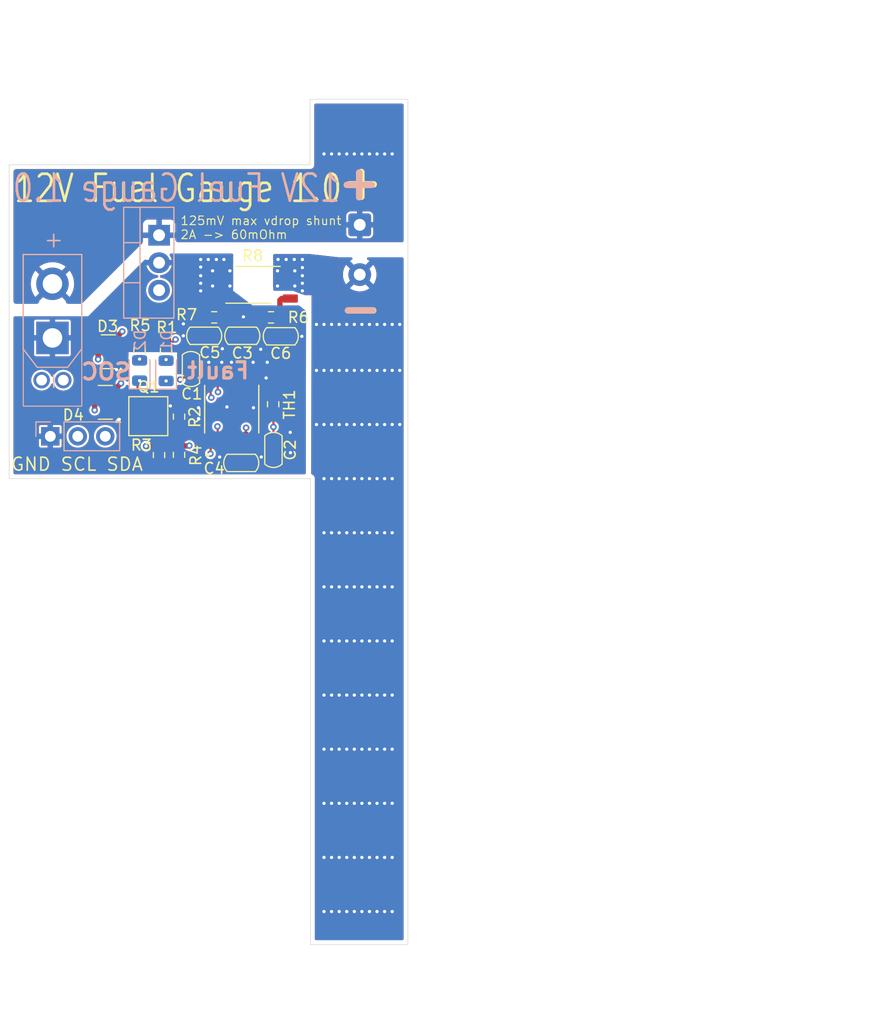
<source format=kicad_pcb>
(kicad_pcb
	(version 20240108)
	(generator "pcbnew")
	(generator_version "8.0")
	(general
		(thickness 1.6)
		(legacy_teardrops no)
	)
	(paper "A4")
	(layers
		(0 "F.Cu" signal)
		(1 "In1.Cu" signal)
		(2 "In2.Cu" signal)
		(31 "B.Cu" signal)
		(32 "B.Adhes" user "B.Adhesive")
		(33 "F.Adhes" user "F.Adhesive")
		(34 "B.Paste" user)
		(35 "F.Paste" user)
		(36 "B.SilkS" user "B.Silkscreen")
		(37 "F.SilkS" user "F.Silkscreen")
		(38 "B.Mask" user)
		(39 "F.Mask" user)
		(40 "Dwgs.User" user "User.Drawings")
		(41 "Cmts.User" user "User.Comments")
		(42 "Eco1.User" user "User.Eco1")
		(43 "Eco2.User" user "User.Eco2")
		(44 "Edge.Cuts" user)
		(45 "Margin" user)
		(46 "B.CrtYd" user "B.Courtyard")
		(47 "F.CrtYd" user "F.Courtyard")
		(48 "B.Fab" user)
		(49 "F.Fab" user)
		(50 "User.1" user)
		(51 "User.2" user)
		(52 "User.3" user)
		(53 "User.4" user)
		(54 "User.5" user)
		(55 "User.6" user)
		(56 "User.7" user)
		(57 "User.8" user)
		(58 "User.9" user)
	)
	(setup
		(stackup
			(layer "F.SilkS"
				(type "Top Silk Screen")
			)
			(layer "F.Paste"
				(type "Top Solder Paste")
			)
			(layer "F.Mask"
				(type "Top Solder Mask")
				(thickness 0.01)
			)
			(layer "F.Cu"
				(type "copper")
				(thickness 0.035)
			)
			(layer "dielectric 1"
				(type "prepreg")
				(thickness 0.1)
				(material "FR4")
				(epsilon_r 4.5)
				(loss_tangent 0.02)
			)
			(layer "In1.Cu"
				(type "copper")
				(thickness 0.035)
			)
			(layer "dielectric 2"
				(type "core")
				(thickness 1.24)
				(material "FR4")
				(epsilon_r 4.5)
				(loss_tangent 0.02)
			)
			(layer "In2.Cu"
				(type "copper")
				(thickness 0.035)
			)
			(layer "dielectric 3"
				(type "prepreg")
				(thickness 0.1)
				(material "FR4")
				(epsilon_r 4.5)
				(loss_tangent 0.02)
			)
			(layer "B.Cu"
				(type "copper")
				(thickness 0.035)
			)
			(layer "B.Mask"
				(type "Bottom Solder Mask")
				(thickness 0.01)
			)
			(layer "B.Paste"
				(type "Bottom Solder Paste")
			)
			(layer "B.SilkS"
				(type "Bottom Silk Screen")
			)
			(copper_finish "None")
			(dielectric_constraints no)
		)
		(pad_to_mask_clearance 0)
		(allow_soldermask_bridges_in_footprints no)
		(pcbplotparams
			(layerselection 0x00010fc_ffffffff)
			(plot_on_all_layers_selection 0x0000000_00000000)
			(disableapertmacros no)
			(usegerberextensions no)
			(usegerberattributes yes)
			(usegerberadvancedattributes yes)
			(creategerberjobfile yes)
			(dashed_line_dash_ratio 12.000000)
			(dashed_line_gap_ratio 3.000000)
			(svgprecision 4)
			(plotframeref no)
			(viasonmask no)
			(mode 1)
			(useauxorigin no)
			(hpglpennumber 1)
			(hpglpenspeed 20)
			(hpglpendiameter 15.000000)
			(pdf_front_fp_property_popups yes)
			(pdf_back_fp_property_popups yes)
			(dxfpolygonmode yes)
			(dxfimperialunits yes)
			(dxfusepcbnewfont yes)
			(psnegative no)
			(psa4output no)
			(plotreference yes)
			(plotvalue yes)
			(plotfptext yes)
			(plotinvisibletext no)
			(sketchpadsonfab no)
			(subtractmaskfromsilk no)
			(outputformat 1)
			(mirror no)
			(drillshape 1)
			(scaleselection 1)
			(outputdirectory "")
		)
	)
	(net 0 "")
	(net 1 "VBAT")
	(net 2 "GND")
	(net 3 "3_3V")
	(net 4 "REG25")
	(net 5 "Net-(U1-SRP)")
	(net 6 "Net-(U1-SRN)")
	(net 7 "Net-(D1-A)")
	(net 8 "BAT_ALERT")
	(net 9 "Net-(D2-K)")
	(net 10 "Net-(D2-A)")
	(net 11 "SCL")
	(net 12 "SDA")
	(net 13 "BAT_LED")
	(net 14 "Net-(R6-Pad2)")
	(net 15 "Net-(R7-Pad2)")
	(net 16 "Net-(U1-P6{slash}TS)")
	(net 17 "unconnected-(U1-P5{slash}HDQ-Pad12)")
	(net 18 "VBAT-")
	(net 19 "Net-(U1-BAT)")
	(net 20 "unconnected-(U1-CE-Pad5)")
	(footprint "PCM_Capacitor_SMD_Handsoldering_AKL:C_0603_1608Metric" (layer "F.Cu") (at 181.1 81.85))
	(footprint "Resistor_SMD:R_0603_1608Metric" (layer "F.Cu") (at 180.4 88.125 90))
	(footprint "Connector_Wire:SolderWire-0.5sqmm_1x02_P4.6mm_D0.9mm_OD2.1mm" (layer "F.Cu") (at 188.4 71.55 -90))
	(footprint "PCM_Capacitor_SMD_Handsoldering_AKL:C_0603_1608Metric" (layer "F.Cu") (at 177.45 93.55))
	(footprint "PCM_Capacitor_SMD_Handsoldering_AKL:C_0603_1608Metric" (layer "F.Cu") (at 172.8 84.875 90))
	(footprint "Resistor_SMD:R_0603_1608Metric" (layer "F.Cu") (at 168.05 83.15 90))
	(footprint "kicad-stuff:SOP65P640X120-14N" (layer "F.Cu") (at 176.57 88.58 90))
	(footprint "PCM_Capacitor_SMD_Handsoldering_AKL:C_0603_1608Metric" (layer "F.Cu") (at 180.425 92.35 -90))
	(footprint "Package_TO_SOT_SMD:SOT-23" (layer "F.Cu") (at 165.1625 83.275 180))
	(footprint "Package_TO_SOT_SMD:SOT-23" (layer "F.Cu") (at 164.8875 87.95 180))
	(footprint "Resistor_SMD:R_0603_1608Metric" (layer "F.Cu") (at 171.7 92.8 90))
	(footprint "PCM_Package_TO_SOT_SMD_AKL:SOT-23" (layer "F.Cu") (at 168.86 89.23 180))
	(footprint "Resistor_SMD:R_0603_1608Metric" (layer "F.Cu") (at 171.7 89.275 90))
	(footprint "Resistor_SMD:R_0603_1608Metric" (layer "F.Cu") (at 169.85 92.825 -90))
	(footprint "Resistor_SMD:R_0603_1608Metric" (layer "F.Cu") (at 180.2 80.1))
	(footprint "Resistor_SMD:R_0603_1608Metric" (layer "F.Cu") (at 170.5 83.175 90))
	(footprint "PCM_Capacitor_SMD_Handsoldering_AKL:C_0603_1608Metric" (layer "F.Cu") (at 174.025 81.8 180))
	(footprint "PCM_Capacitor_SMD_Handsoldering_AKL:C_0603_1608Metric" (layer "F.Cu") (at 177.55 81.8))
	(footprint "Resistor_SMD:R_0603_1608Metric" (layer "F.Cu") (at 174.95 80.1 180))
	(footprint "kicad-stuff:R_Shunt_Vishay_WSK2512_6332Metric_T1.19mm" (layer "F.Cu") (at 178.55 77.09 180))
	(footprint "LED_SMD:LED_0805_2012Metric" (layer "B.Cu") (at 170.503821 85.0375 90))
	(footprint "LED_SMD:LED_0805_2012Metric" (layer "B.Cu") (at 168.053821 85.0125 90))
	(footprint "Connector_PinHeader_2.54mm:PinHeader_1x03_P2.54mm_Vertical" (layer "B.Cu") (at 159.8 91.09 -90))
	(footprint "Package_TO_SOT_THT:TO-220-3_Vertical" (layer "B.Cu") (at 169.855 72.51 -90))
	(footprint "kicad-stuff:AMASS_XT30UPB+DATA-M_1x02_P5.0mm_Vertical" (layer "B.Cu") (at 160 82 90))
	(gr_line
		(start 183.8 59.95)
		(end 183.8 66)
		(stroke
			(width 0.05)
			(type default)
		)
		(layer "Edge.Cuts")
		(uuid "18dd6043-bed8-4f95-b167-74408f39ebb7")
	)
	(gr_line
		(start 183.8 66)
		(end 156 66)
		(stroke
			(width 0.05)
			(type default)
		)
		(layer "Edge.Cuts")
		(uuid "278d9d07-ac3a-498e-8ffe-b4d14ca8648d")
	)
	(gr_line
		(start 183.85 138.05)
		(end 183.85 95)
		(stroke
			(width 0.05)
			(type default)
		)
		(layer "Edge.Cuts")
		(uuid "4e487b08-e5e5-4491-9be5-1d901312a8fe")
	)
	(gr_line
		(start 192.85 59.95)
		(end 183.8 59.95)
		(stroke
			(width 0.05)
			(type default)
		)
		(layer "Edge.Cuts")
		(uuid "9d0bfa6a-8e71-4291-9d2e-9a5457b9cacf")
	)
	(gr_line
		(start 156 95)
		(end 156 66)
		(stroke
			(width 0.05)
			(type default)
		)
		(layer "Edge.Cuts")
		(uuid "a5552f1d-d7d1-4519-b6be-61efc93d11ff")
	)
	(gr_line
		(start 192.85 138.05)
		(end 183.85 138.05)
		(stroke
			(width 0.05)
			(type default)
		)
		(layer "Edge.Cuts")
		(uuid "ab8e4b4e-21b8-46a1-86c1-d58a6e9e2fa8")
	)
	(gr_line
		(start 183.85 95)
		(end 156 95)
		(stroke
			(width 0.05)
			(type default)
		)
		(layer "Edge.Cuts")
		(uuid "dc756a61-a661-422e-bc46-57f4bc771856")
	)
	(gr_line
		(start 192.85 138.05)
		(end 192.85 59.95)
		(stroke
			(width 0.05)
			(type default)
		)
		(layer "Edge.Cuts")
		(uuid "fc1fb056-f4b2-4742-b31c-142e1d6c188a")
	)
	(gr_text "12V Fuel Gauge 1.0\n"
		(at 186.775 69.625 0)
		(layer "B.SilkS")
		(uuid "08537e5d-d5be-4e86-b10a-a30f154c9080")
		(effects
			(font
				(size 2.5 2)
				(thickness 0.25)
			)
			(justify left bottom mirror)
		)
	)
	(gr_text "+"
		(at 190.6 69.4 0)
		(layer "B.SilkS")
		(uuid "135c7386-6d46-44bc-8123-091a702b92ec")
		(effects
			(font
				(size 3 3)
				(thickness 0.6)
				(bold yes)
			)
			(justify left bottom mirror)
		)
	)
	(gr_text "Fault"
		(at 178.325 85.9 0)
		(layer "B.SilkS")
		(uuid "44a080c0-8f46-4e4c-87b7-86f04a3c7d51")
		(effects
			(font
				(size 1.5 1.5)
				(thickness 0.3)
				(bold yes)
			)
			(justify left bottom mirror)
		)
	)
	(gr_text "SOC"
		(at 167.4 86 0)
		(layer "B.SilkS")
		(uuid "b56a9ee3-0769-4614-b102-fd2a46847542")
		(effects
			(font
				(size 1.5 1.5)
				(thickness 0.3)
				(bold yes)
			)
			(justify left bottom mirror)
		)
	)
	(gr_text "-"
		(at 186.2 81 0)
		(layer "B.SilkS")
		(uuid "b6d30247-913e-4889-ad95-f7fb7c055d1c")
		(effects
			(font
				(size 3 3)
				(thickness 0.6)
				(bold yes)
			)
			(justify left bottom)
		)
	)
	(gr_text "-"
		(at 186.25 81 0)
		(layer "F.SilkS")
		(uuid "1d2f2f5d-05c1-42c2-8796-2b4e97243928")
		(effects
			(font
				(size 3 3)
				(thickness 0.6)
				(bold yes)
			)
			(justify left bottom)
		)
	)
	(gr_text "12V Fuel Gauge 1.0\n"
		(at 156.3 69.65 0)
		(layer "F.SilkS")
		(uuid "56af4c19-7a33-429f-86d8-66887d5403a8")
		(effects
			(font
				(size 2.5 2)
				(thickness 0.25)
			)
			(justify left bottom)
		)
	)
	(gr_text "125mV max vdrop shunt\n2A -> 60mOhm"
		(at 171.775 72.925 0)
		(layer "F.SilkS")
		(uuid "6a904651-4bd3-485a-bffb-7ff3e891dc9b")
		(effects
			(font
				(size 0.8 0.8)
				(thickness 0.1)
			)
			(justify left bottom)
		)
	)
	(gr_text "+"
		(at 186.3 69.35 0)
		(layer "F.SilkS")
		(uuid "d71e7644-f554-4957-9f83-5e9066ef357a")
		(effects
			(font
				(size 3 3)
				(thickness 0.6)
				(bold yes)
			)
			(justify left bottom)
		)
	)
	(gr_text "GND SCL SDA "
		(at 156.09 94.37 0)
		(layer "F.SilkS")
		(uuid "fb058410-97e5-4a9c-86ac-51bdcf46d016")
		(effects
			(font
				(size 1.2 1.2)
				(thickness 0.15)
			)
			(justify left bottom)
		)
	)
	(dimension
		(type aligned)
		(layer "In1.Cu")
		(uuid "4e3403a8-770e-4934-9ceb-aa6a900fb310")
		(pts
			(xy 193.4 59.95) (xy 192.85 138.05)
		)
		(height -37.211248)
		(gr_text "78.1019 mm"
			(at 228.53537 99.249369 89.59651526)
			(layer "In1.Cu")
			(uuid "4e3403a8-770e-4934-9ceb-aa6a900fb310")
			(effects
				(font
					(size 1.5 1.5)
					(thickness 0.3)
				)
			)
		)
		(format
			(prefix "")
			(suffix "")
			(units 3)
			(units_format 1)
			(precision 4)
		)
		(style
			(thickness 0.2)
			(arrow_length 1.27)
			(text_position_mode 0)
			(extension_height 0.58642)
			(extension_offset 0.5) keep_text_aligned)
	)
	(segment
		(start 168.65 92)
		(end 169.85 92)
		(width 0.5)
		(layer "F.Cu")
		(net 1)
		(uuid "55066d67-ad3e-4bce-b05d-41c37a78594d")
	)
	(via
		(at 185.1 65)
		(size 0.6)
		(drill 0.3)
		(layers "F.Cu" "B.Cu")
		(free yes)
		(net 1)
		(uuid "1cd044f6-0ebb-4da4-a22b-26682029506f")
	)
	(via
		(at 191.4 65)
		(size 0.6)
		(drill 0.3)
		(layers "F.Cu" "B.Cu")
		(free yes)
		(net 1)
		(uuid "20ec2e55-b547-4d74-bba3-fec174fb95f9")
	)
	(via
		(at 190.7 65)
		(size 0.6)
		(drill 0.3)
		(layers "F.Cu" "B.Cu")
		(free yes)
		(net 1)
		(uuid "882487b9-6445-4733-b064-c44489ae458d")
	)
	(via
		(at 187.9 65)
		(size 0.6)
		(drill 0.3)
		(layers "F.Cu" "B.Cu")
		(free yes)
		(net 1)
		(uuid "8877a8fc-0d67-493f-afbd-d622772b92ef")
	)
	(via
		(at 190 65)
		(size 0.6)
		(drill 0.3)
		(layers "F.Cu" "B.Cu")
		(free yes)
		(net 1)
		(uuid "9b825b3d-1aaf-4712-9f9c-0926f35e6aa6")
	)
	(via
		(at 189.3 65)
		(size 0.6)
		(drill 0.3)
		(layers "F.Cu" "B.Cu")
		(free yes)
		(net 1)
		(uuid "9ee9920d-4ec7-4762-a8c2-3cea4036663c")
	)
	(via
		(at 188.6 65)
		(size 0.6)
		(drill 0.3)
		(layers "F.Cu" "B.Cu")
		(free yes)
		(net 1)
		(uuid "9f221994-5e08-48ee-b0c4-5f5805ad3325")
	)
	(via
		(at 168.65 92)
		(size 0.6)
		(drill 0.3)
		(layers "F.Cu" "B.Cu")
		(net 1)
		(uuid "a4de52f1-0192-4df2-81df-3353bdd993ea")
	)
	(via
		(at 186.5 65)
		(size 0.6)
		(drill 0.3)
		(layers "F.Cu" "B.Cu")
		(free yes)
		(net 1)
		(uuid "b05c1b6f-f864-47fd-b988-16b7b8db6b2c")
	)
	(via
		(at 185.8 65)
		(size 0.6)
		(drill 0.3)
		(layers "F.Cu" "B.Cu")
		(free yes)
		(net 1)
		(uuid "ebfd394d-9865-4f9d-a243-df7ccd853faa")
	)
	(via
		(at 187.2 65)
		(size 0.6)
		(drill 0.3)
		(layers "F.Cu" "B.Cu")
		(free yes)
		(net 1)
		(uuid "ffce00fa-cc45-4281-aeaa-c1d8286ce778")
	)
	(segment
		(start 157.2 79.8)
		(end 157.2 91.6)
		(width 0.5)
		(layer "In1.Cu")
		(net 1)
		(uuid "21eeb3da-8dfa-4f46-9fa5-ad2ffdff2289")
	)
	(segment
		(start 157.2 92.8)
		(end 157.8 93.4)
		(width 0.5)
		(layer "In1.Cu")
		(net 1)
		(uuid "327eb2a7-11ee-4042-9688-08900e5b44ef")
	)
	(segment
		(start 166.9 93.75)
		(end 168.65 92)
		(width 0.5)
		(layer "In1.Cu")
		(net 1)
		(uuid "446aa51e-41ae-4575-b164-2536a2096163")
	)
	(segment
		(start 165.75 93.75)
		(end 166.9 93.75)
		(width 0.5)
		(layer "In1.Cu")
		(net 1)
		(uuid "8d952d58-8271-4abd-baf5-43d112e48194")
	)
	(segment
		(start 158.15 93.75)
		(end 165.75 93.75)
		(width 0.5)
		(layer "In1.Cu")
		(net 1)
		(uuid "99b249ae-98d9-46bb-a24b-652f144dcdae")
	)
	(segment
		(start 160 77)
		(end 157.2 79.8)
		(width 0.5)
		(layer "In1.Cu")
		(net 1)
		(uuid "c03b6eba-e4ed-4ee3-bcdb-3fa7c6691dcf")
	)
	(segment
		(start 157.8 93.4)
		(end 158.15 93.75)
		(width 0.5)
		(layer "In1.Cu")
		(net 1)
		(uuid "d86b5aed-6912-43b1-953d-18810c8e8c8b")
	)
	(segment
		(start 157.2 91.6)
		(end 157.2 92.8)
		(width 0.5)
		(layer "In1.Cu")
		(net 1)
		(uuid "f253aa77-2f90-41bf-a4b6-d541f618bf84")
	)
	(segment
		(start 171.7 88.45)
		(end 171.07 88.45)
		(width 0.2)
		(layer "F.Cu")
		(net 2)
		(uuid "13d0d1b9-cce9-4daa-80e4-d7e83b7e6ecd")
	)
	(segment
		(start 165.825 88.9)
		(end 165.825 89.175)
		(width 0.2)
		(layer "F.Cu")
		(net 2)
		(uuid "39f90734-20b8-4496-bc79-8fab0e2ca22f")
	)
	(segment
		(start 169.86 88.28)
		(end 170.9 88.28)
		(width 0.2)
		(layer "F.Cu")
		(net 2)
		(uuid "46b8230c-15d7-4611-aad0-7d4e31555091")
	)
	(segment
		(start 166.1 84.225)
		(end 166.1 84.75)
		(width 0.2)
		(layer "F.Cu")
		(net 2)
		(uuid "58162257-ef4c-49cf-a454-44c0a6e26d7e")
	)
	(segment
		(start 166.1 84.75)
		(end 165.925 84.925)
		(width 0.2)
		(layer "F.Cu")
		(net 2)
		(uuid "6df74d6b-70e8-4902-86bb-2a7b71fdcf4d")
	)
	(segment
		(start 165.825 89.175)
		(end 166.175 89.525)
		(width 0.2)
		(layer "F.Cu")
		(net 2)
		(uuid "8d937584-86e2-402c-ab19-d67ba188232c")
	)
	(segment
		(start 171.07 88.45)
		(end 170.9 88.28)
		(width 0.2)
		(layer "F.Cu")
		(net 2)
		(uuid "8f8c130e-4e79-4955-bd9a-86168da0594e")
	)
	(via
		(at 175.85 74.75)
		(size 0.6)
		(drill 0.3)
		(layers "F.Cu" "B.Cu")
		(free yes)
		(net 2)
		(uuid "127782fa-6ac6-426a-864e-28abdbcd1aa0")
	)
	(via
		(at 179.75 85.7)
		(size 0.6)
		(drill 0.3)
		(layers "F.Cu" "B.Cu")
		(net 2)
		(uuid "165efd95-280e-4126-9c28-71b72bab4e5c")
	)
	(via
		(at 179.85 84.25)
		(size 0.6)
		(drill 0.3)
		(layers "F.Cu" "B.Cu")
		(free yes)
		(net 2)
		(uuid "16d04b97-a1ea-4f92-9adb-9c696fbcc5fd")
	)
	(via
		(at 175.65 84.25)
		(size 0.6)
		(drill 0.3)
		(layers "F.Cu" "B.Cu")
		(free yes)
		(net 2)
		(uuid "1fe39f72-5dd2-4464-a4a2-17cffc46e85e")
	)
	(via
		(at 176.125 88.375)
		(size 0.6)
		(drill 0.3)
		(layers "F.Cu" "B.Cu")
		(free yes)
		(net 2)
		(uuid "2acfb74e-65f1-40b6-9299-76afb6a2dd8b")
	)
	(via
		(at 173.5 89.45)
		(size 0.6)
		(drill 0.3)
		(layers "F.Cu" "B.Cu")
		(free yes)
		(net 2)
		(uuid "30bf2b5a-62ad-4e13-a51f-496d45f8f9bd")
	)
	(via
		(at 172.1 81.8)
		(size 0.6)
		(drill 0.3)
		(layers "F.Cu" "B.Cu")
		(free yes)
		(net 2)
		(uuid "34b30ec3-f14a-4e45-871a-4ffabcba1812")
	)
	(via
		(at 174.45 84.25)
		(size 0.6)
		(drill 0.3)
		(layers "F.Cu" "B.Cu")
		(free yes)
		(net 2)
		(uuid "3b86eae0-856b-4f18-b7df-56761bb3eef7")
	)
	(via
		(at 174.4 74.75)
		(size 0.6)
		(drill 0.3)
		(layers "F.Cu" "B.Cu")
		(free yes)
		(net 2)
		(uuid "46a0e6b2-49fc-4203-84d0-299010176fc9")
	)
	(via
		(at 173.7 76.25)
		(size 0.6)
		(drill 0.3)
		(layers "F.Cu" "B.Cu")
		(net 2)
		(uuid "4c3bf734-c5c1-44c7-8c2e-c7a161d51333")
	)
	(via
		(at 178.575 88.45)
		(size 0.6)
		(drill 0.3)
		(layers "F.Cu" "B.Cu")
		(free yes)
		(net 2)
		(uuid "5adbf5f1-be32-431d-a1ab-b6c3e972001f")
	)
	(via
		(at 170.9 88.28)
		(size 0.6)
		(drill 0.3)
		(layers "F.Cu" "B.Cu")
		(net 2)
		(uuid "60ad89fb-2969-40d7-bbb1-9705641a6e6f")
	)
	(via
		(at 176.55 84.25)
		(size 0.6)
		(drill 0.3)
		(layers "F.Cu" "B.Cu")
		(free yes)
		(net 2)
		(uuid "625207d1-be0f-4df5-8093-ae03925151ab")
	)
	(via
		(at 178.55 84.25)
		(size 0.6)
		(drill 0.3)
		(layers "F.Cu" "B.Cu")
		(free yes)
		(net 2)
		(uuid "6384726f-4552-4b8f-a7e4-48eab17c606a")
	)
	(via
		(at 179.25 83.05)
		(size 0.6)
		(drill 0.3)
		(layers "F.Cu" "B.Cu")
		(free yes)
		(net 2)
		(uuid "6d049df3-ec9e-4736-b27c-54bb0c85b347")
	)
	(via
		(at 172.1 80.7)
		(size 0.6)
		(drill 0.3)
		(layers "F.Cu" "B.Cu")
		(free yes)
		(net 2)
		(uuid "6de8ed7e-0589-42f0-acb5-75ae3af7b976")
	)
	(via
		(at 173.5 88.45)
		(size 0.6)
		(drill 0.3)
		(layers "F.Cu" "B.Cu")
		(free yes)
		(net 2)
		(uuid "70066e9f-948c-454d-b90b-21a4a600b921")
	)
	(via
		(at 176.4 75.8)
		(size 0.6)
		(drill 0.3)
		(layers "F.Cu" "B.Cu")
		(net 2)
		(uuid "711be098-2d79-4de5-ac7a-2f9f36466fd7")
	)
	(via
		(at 175.15 74.75)
		(size 0.6)
		(drill 0.3)
		(layers "F.Cu" "B.Cu")
		(free yes)
		(net 2)
		(uuid "8d438973-8ec3-49cc-a2a4-3ec45e68e1ed")
	)
	(via
		(at 179.3 93)
		(size 0.6)
		(drill 0.3)
		(layers "F.Cu" "B.Cu")
		(free yes)
		(net 2)
		(uuid "8de2a95d-0cf9-4a0b-8c68-3b5fb5fc4ede")
	)
	(via
		(at 175.7 83)
		(size 0.6)
		(drill 0.3)
		(layers "F.Cu" "B.Cu")
		(free yes)
		(net 2)
		(uuid "8e8a8e06-dd6e-4fd8-9aca-b21410cc2137")
	)
	(via
		(at 173.7 77.65)
		(size 0.6)
		(drill 0.3)
		(layers "F.Cu" "B.Cu")
		(free yes)
		(net 2)
		(uuid "9c9fa059-b9b5-44fd-aa24-be1968ecfe04")
	)
	(via
		(at 173.7 76.95)
		(size 0.6)
		(drill 0.3)
		(layers "F.Cu" "B.Cu")
		(free yes)
		(net 2)
		(uuid "9e1fdc86-021d-42f4-a9b8-b549c5902c89")
	)
	(via
		(at 174.8 77.2)
		(size 0.6)
		(drill 0.3)
		(layers "F.Cu" "B.Cu")
		(net 2)
		(uuid "a29540fe-96bd-470c-b3ae-43ac5bc7d536")
	)
	(via
		(at 175.45 93)
		(size 0.6)
		(drill 0.3)
		(layers "F.Cu" "B.Cu")
		(free yes)
		(net 2)
		(uuid "a3957e5b-a96c-4bbc-857c-a3e7baea48fe")
	)
	(via
		(at 165.925 84.925)
		(size 0.6)
		(drill 0.3)
		(layers "F.Cu" "B.Cu")
		(net 2)
		(uuid "a8fa84dd-b43d-4cc1-b36f-764ea8f90e48")
	)
	(via
		(at 173.7 74.75)
		(size 0.6)
		(drill 0.3)
		(layers "F.Cu" "B.Cu")
		(free yes)
		(net 2)
		(uuid "aa79a341-c648-44eb-a18b-2782480746e4")
	)
	(via
		(at 166.175 89.525)
		(size 0.6)
		(drill 0.3)
		(layers "F.Cu" "B.Cu")
		(net 2)
		(uuid "abdb55f9-65f1-47fc-8425-5bf76bdf8c08")
	)
	(via
		(at 183.05 81.85)
		(size 0.6)
		(drill 0.3)
		(layers "F.Cu" "B.Cu")
		(free yes)
		(net 2)
		(uuid "b672161a-86b3-492b-9053-0939bacc6b45")
	)
	(via
		(at 174.8 75.8)
		(size 0.6)
		(drill 0.3)
		(layers "F.Cu" "B.Cu")
		(net 2)
		(uuid "b96fb7a7-a8a7-4bb9-b2ba-e94a8b48d30b")
	)
	(via
		(at 176.4 77.2)
		(size 0.6)
		(drill 0.3)
		(layers "F.Cu" "B.Cu")
		(net 2)
		(uuid "ba64b2b0-5432-4bee-a0b4-d6b6bcbba73f")
	)
	(via
		(at 181.975 90.725)
		(size 0.6)
		(drill 0.3)
		(layers "F.Cu" "B.Cu")
		(free yes)
		(net 2)
		(uuid "be01395b-4c2f-4eb4-a553-3a1e252490d0")
	)
	(via
		(at 173.7 75.45)
		(size 0.6)
		(drill 0.3)
		(layers "F.Cu" "B.Cu")
		(net 2)
		(uuid "e55337b7-bc27-450e-af7f-d8666e857e2a")
	)
	(via
		(at 177.65 80.05)
		(size 0.6)
		(drill 0.3)
		(layers "F.Cu" "B.Cu")
		(free yes)
		(net 2)
		(uuid "ef80db96-51c3-421c-a970-922b7cfc9262")
	)
	(via
		(at 182 92.6)
		(size 0.6)
		(drill 0.3)
		(layers "F.Cu" "B.Cu")
		(free yes)
		(net 2)
		(uuid "f34f56b4-8e8b-4d17-9691-c941fd373b08")
	)
	(segment
		(start 179.4 85.7)
		(end 179.75 85.7)
		(width 0.2)
		(layer "B.Cu")
		(net 2)
		(uuid "a0eac25b-b4a4-495c-8642-e601ddcc8ffe")
	)
	(segment
		(start 179.75 85.7)
		(end 179.4 85.98)
		(width 0.2)
		(layer "B.Cu")
		(net 2)
		(uuid "abaa13c9-a3b0-42e3-bcf5-cc9590a211c0")
	)
	(segment
		(start 170.9 90.4)
		(end 170.9 88.28)
		(width 0.2)
		(layer "B.Cu")
		(net 2)
		(uuid "bd4aa78d-7112-4a29-83fe-3cafe59063b7")
	)
	(segment
		(start 172 85.65)
		(end 171.8 85.85)
		(width 0.2)
		(layer "F.Cu")
		(net 3)
		(uuid "0555ec3f-f5cf-42bd-af0d-dfb15709a3e0")
	)
	(segment
		(start 170.45 82.3)
		(end 170.5 82.35)
		(width 0.2)
		(layer "F.Cu")
		(net 3)
		(uuid "09d81ab3-7793-4f7e-8276-33fb0834e26e")
	)
	(segment
		(start 166.1 82.325)
		(end 166.1 81.75)
		(width 0.5)
		(layer "F.Cu")
		(net 3)
		(uuid "18b49227-5f67-4e57-a51d-337d5bcb28c7")
	)
	(segment
		(start 165.825 87)
		(end 165.825 86.7)
		(width 0.5)
		(layer "F.Cu")
		(net 3)
		(uuid "2a024b2b-5c0d-49fa-a3ec-d44123209bc0")
	)
	(segment
		(start 166.1 81.75)
		(end 166.45 81.4)
		(width 0.5)
		(layer "F.Cu")
		(net 3)
		(uuid "2abb6674-b537-4c90-90a5-6a30d5ea5261")
	)
	(segment
		(start 168.05 82.3)
		(end 170.45 82.3)
		(width 0.2)
		(layer "F.Cu")
		(net 3)
		(uuid "3a65577e-2a1b-49a5-bce0-01a6752dec1d")
	)
	(segment
		(start 170.5 82.35)
		(end 171.172893 82.35)
		(width 0.2)
		(layer "F.Cu")
		(net 3)
		(uuid "4854514d-fcc2-424a-b653-c8ce11cc2992")
	)
	(segment
		(start 171.172893 82.35)
		(end 171.378109 82.144784)
		(width 0.2)
		(layer "F.Cu")
		(net 3)
		(uuid "53315910-582a-4ae6-a808-e42cb7f3efe6")
	)
	(segment
		(start 177.87 91.45)
		(end 177.87 90.33)
		(width 0.2)
		(layer "F.Cu")
		(net 3)
		(uuid "5d39bf3a-060d-49b5-a3f3-bd31fd0397a0")
	)
	(segment
		(start 177.87 90.33)
		(end 177.9 90.3)
		(width 0.2)
		(layer "F.Cu")
		(net 3)
		(uuid "78378ae0-56d6-4045-ae8e-def75c87bfcc")
	)
	(segment
		(start 165.825 86.7)
		(end 166.336765 86.188235)
		(width 0.5)
		(layer "F.Cu")
		(net 3)
		(uuid "aa6822df-1ca6-41b6-b400-14e9f58480b0")
	)
	(segment
		(start 171.68 85.73)
		(end 171.8 85.85)
		(width 0.2)
		(layer "F.Cu")
		(net 3)
		(uuid "c1d2f127-f40b-4d24-9da5-83af1ea7e3e0")
	)
	(segment
		(start 172.8 85.65)
		(end 172 85.65)
		(width 0.2)
		(layer "F.Cu")
		(net 3)
		(uuid "d1259a0f-eba8-43bf-a5cd-0470c9b974ac")
	)
	(via
		(at 171.8 85.85)
		(size 0.6)
		(drill 0.3)
		(layers "F.Cu" "B.Cu")
		(net 3)
		(uuid "02e581ad-5eff-4e33-a0bd-0453d92cc52b")
	)
	(via
		(at 166.336765 86.188235)
		(size 0.6)
		(drill 0.3)
		(layers "F.Cu" "B.Cu")
		(net 3)
		(uuid "110e1897-9eba-4a8b-8412-93bd92e6f14d")
	)
	(via
		(at 171.378109 82.144784)
		(size 0.6)
		(drill 0.3)
		(layers "F.Cu" "B.Cu")
		(net 3)
		(uuid "24d1d2e1-66b1-4fb3-a6cc-0fb7f1c3cc76")
	)
	(via
		(at 166.45 81.4)
		(size 0.6)
		(drill 0.3)
		(layers "F.Cu" "B.Cu")
		(net 3)
		(uuid "27ecc0a1-ce0e-4f5c-83c3-2ad768f4d8e3")
	)
	(via
		(at 177.9 90.3)
		(size 0.6)
		(drill 0.3)
		(layers "F.Cu" "B.Cu")
		(net 3)
		(uuid "3d77954f-9a01-44f9-9ad6-4101cc8dbd95")
	)
	(segment
		(start 169.855001 80.544999)
		(end 169.854999 80.545001)
		(width 0.2)
		(layer "In2.Cu")
		(net 3)
		(uuid "1dacba22-822b-4008-8422-61d5fcc6e69c")
	)
	(segment
		(start 174.975 89.025)
		(end 171.8 85.85)
		(width 0.2)
		(layer "In2.Cu")
		(net 3)
		(uuid "20812407-9a8a-4bd3-b527-2f4bb827189d")
	)
	(segment
		(start 167 82.025)
		(end 167.6875 81.3375)
		(width 0.5)
		(layer "In2.Cu")
		(net 3)
		(uuid "3ec19ef7-5ed1-45b9-8f21-bd0f3d736600")
	)
	(segment
		(start 167.625 81.4)
		(end 167.6875 81.3375)
		(width 0.5)
		(layer "In2.Cu")
		(net 3)
		(uuid "4f6a2cf4-cbfb-4385-9aa8-d8338b312b49")
	)
	(segment
		(start 169.855 79.17)
		(end 169.855 77.59)
		(width 0.5)
		(layer "In2.Cu")
		(net 3)
		(uuid "7333c60c-63d1-4664-9746-cc3a2117d8bd")
	)
	(segment
		(start 166.45 81.4)
		(end 167.625 81.4)
		(width 0.5)
		(layer "In2.Cu")
		(net 3)
		(uuid "8aeb8b0c-16cf-4144-8ee3-ea94a26eb576")
	)
	(segment
		(start 169.855001 77.59)
		(end 169.855001 80.544999)
		(width 0.2)
		(layer "In2.Cu")
		(net 3)
		(uuid "a6f35d7a-3c29-4788-ab05-379bc74d3688")
	)
	(segment
		(start 166.336765 86.188235)
		(end 167 85.525)
		(width 0.5)
		(layer "In2.Cu")
		(net 3)
		(uuid "ad684d10-1ddd-4df7-85e7-15004c4a1397")
	)
	(segment
		(start 171.8 85.85)
		(end 171.8 82.490002)
		(width 0.2)
		(layer "In2.Cu")
		(net 3)
		(uuid "c52af616-af2a-4579-a49c-622bae580102")
	)
	(segment
		(start 177.9 90.3)
		(end 176.625 89.025)
		(width 0.2)
		(layer "In2.Cu")
		(net 3)
		(uuid "c98d22bf-9147-4f78-9d0b-6394dd9c8d35")
	)
	(segment
		(start 167 85.525)
		(end 167 82.025)
		(width 0.5)
		(layer "In2.Cu")
		(net 3)
		(uuid "dc9d3f71-d621-40e7-b36a-c86edbd1f283")
	)
	(segment
		(start 171.8 82.490002)
		(end 169.854999 80.545001)
		(width 0.2)
		(layer "In2.Cu")
		(net 3)
		(uuid "e05092c2-fc48-4689-a50f-d1da5aa3f1be")
	)
	(segment
		(start 167.6875 81.3375)
		(end 169.855 79.17)
		(width 0.5)
		(layer "In2.Cu")
		(net 3)
		(uuid "e0a30c57-277a-4f91-86f1-c2858bb87c74")
	)
	(segment
		(start 176.625 89.025)
		(end 174.975 89.025)
		(width 0.2)
		(layer "In2.Cu")
		(net 3)
		(uuid "e3601e40-a5b4-4f32-83ed-a4f2ba576214")
	)
	(segment
		(start 178.5575 91.4875)
		(end 178.52 91.45)
		(width 0.2)
		(layer "F.Cu")
		(net 4)
		(uuid "4f278ca0-28ba-4a54-ae9f-73826b2aaf8c")
	)
	(segment
		(start 180.425 88.975)
		(end 180.4 88.95)
		(width 0.2)
		(layer "F.Cu")
		(net 4)
		(uuid "6b7010fb-8fd6-4834-b76a-d167616e9246")
	)
	(segment
		(start 180.425 91.4875)
		(end 178.5575 91.4875)
		(width 0.2)
		(layer "F.Cu")
		(net 4)
		(uuid "76ea77d3-ff03-4a40-b5b3-e1fd368e1668")
	)
	(segment
		(start 175.27 90.195)
		(end 175.25 90.175)
		(width 0.2)
		(layer "F.Cu")
		(net 4)
		(uuid "a299dc3a-bae9-47f6-a103-f47c726e5f33")
	)
	(segment
		(start 180.425 90.225)
		(end 180.425 88.975)
		(width 0.2)
		(layer "F.Cu")
		(net 4)
		(uuid "bb968eec-adf7-4411-b467-c382d05d87ab")
	)
	(segment
		(start 175.27 91.45)
		(end 175.27 90.195)
		(width 0.2)
		(layer "F.Cu")
		(net 4)
		(uuid "caaaf597-44da-4281-948d-80c07d8fcc07")
	)
	(segment
		(start 180.425 91.4875)
		(end 180.425 90.225)
		(width 0.2)
		(layer "F.Cu")
		(net 4)
		(uuid "ec859ebc-8e57-469f-a485-5f2425a13581")
	)
	(via
		(at 180.425 90.225)
		(size 0.6)
		(drill 0.3)
		(layers "F.Cu" "B.Cu")
		(net 4)
		(uuid "a867caad-61db-4a49-9272-1ab3b8e24e68")
	)
	(via
		(at 175.25 90.175)
		(size 0.6)
		(drill 0.3)
		(layers "F.Cu" "B.Cu")
		(net 4)
		(uuid "d4dfa827-7036-4ce5-9b66-b420e5ce5f48")
	)
	(segment
		(start 175.25 90.175)
		(end 175.725 89.7)
		(width 0.2)
		(layer "In1.Cu")
		(net 4)
		(uuid "274cd62c-b39a-4474-bb28-3ca6b6d5a0e7")
	)
	(segment
		(start 175.725 89.7)
		(end 179.9 89.7)
		(width 0.2)
		(layer "In1.Cu")
		(net 4)
		(uuid "8b7afb2d-696d-4651-a55f-083bdfd61091")
	)
	(segment
		(start 179.9 89.7)
		(end 180.425 90.225)
		(width 0.2)
		(layer "In1.Cu")
		(net 4)
		(uuid "eca86a5b-dd3d-43c7-a56b-b32633d4646a")
	)
	(segment
		(start 179.35 81.85)
		(end 178.375 81.85)
		(width 0.5)
		(layer "F.Cu")
		(net 5)
		(uuid "0b3dc20a-2a88-45fb-9b20-4b92152f2284")
	)
	(segment
		(start 179.375 81.825)
		(end 179.35 81.85)
		(width 0.5)
		(layer "F.Cu")
		(net 5)
		(uuid "2fd15394-8d59-4f5b-8aac-a4f1667dd256")
	)
	(segment
		(start 177.87 82.255)
		(end 178.325 81.8)
		(width 0.2)
		(layer "F.Cu")
		(net 5)
		(uuid "9e3cad7c-bc3a-4760-be83-6f452d6e6c80")
	)
	(segment
		(start 177.87 85.71)
		(end 177.87 82.255)
		(width 0.2)
		(layer "F.Cu")
		(net 5)
		(uuid "aaa1bd29-63f7-4734-9cec-89d2980c9766")
	)
	(segment
		(start 178.375 81.85)
		(end 178.325 81.8)
		(width 0.5)
		(layer "F.Cu")
		(net 5)
		(uuid "ac2c2dca-223b-419e-9c17-1dfb0adf8cb1")
	)
	(segment
		(start 179.375 80.1)
		(end 179.375 81.825)
		(width 0.5)
		(layer "F.Cu")
		(net 5)
		(uuid "b0b9aad6-d7ab-400f-8e69-bddbdac3f078")
	)
	(segment
		(start 180.325 81.85)
		(end 179.35 81.85)
		(width 0.5)
		(layer "F.Cu")
		(net 5)
		(uuid "e090711e-aacb-4797-adaf-5643a6df381a")
	)
	(segment
		(start 174.8 81.8)
		(end 175.7 81.8)
		(width 0.5)
		(layer "F.Cu")
		(net 6)
		(uuid "73f996c0-f709-42d2-a945-17de9bb470a6")
	)
	(segment
		(start 175.775 81.725)
		(end 175.7 81.8)
		(width 0.5)
		(layer "F.Cu")
		(net 6)
		(uuid "7922bde2-c427-4b52-92d1-8cdf09593fce")
	)
	(segment
		(start 177.22 82.245)
		(end 176.775 81.8)
		(width 0.2)
		(layer "F.Cu")
		(net 6)
		(uuid "9b26820e-f535-42b9-b7ae-5db8afdb37e6")
	)
	(segment
		(start 175.7 81.8)
		(end 176.775 81.8)
		(width 0.5)
		(layer "F.Cu")
		(net 6)
		(uuid "b5c9f833-5bcc-4a4d-803e-b98ccb08a390")
	)
	(segment
		(start 177.22 85.71)
		(end 177.22 82.245)
		(width 0.2)
		(layer "F.Cu")
		(net 6)
		(uuid "cc376536-1442-4734-b633-841ea5efca56")
	)
	(segment
		(start 175.775 80.1)
		(end 175.775 81.725)
		(width 0.5)
		(layer "F.Cu")
		(net 6)
		(uuid "eba04929-c7f4-4e44-a33f-35184bd5860c")
	)
	(via
		(at 170.5 84)
		(size 0.6)
		(drill 0.3)
		(layers "F.Cu" "B.Cu")
		(net 7)
		(uuid "dd33aa23-351c-4bca-94b8-8bcca37c04ac")
	)
	(segment
		(start 174.62 92.68)
		(end 174.6 92.7)
		(width 0.2)
		(layer "F.Cu")
		(net 8)
		(uuid "2821f74b-a625-48c2-8859-e08267c5eb06")
	)
	(segment
		(start 174.62 91.45)
		(end 174.62 92.68)
		(width 0.2)
		(layer "F.Cu")
		(net 8)
		(uuid "8778b787-ec63-42a2-a600-cdbc9c503868")
	)
	(via
		(at 170.503821 85.975)
		(size 0.6)
		(drill 0.3)
		(layers "F.Cu" "B.Cu")
		(net 8)
		(uuid "6d82b394-9e50-4168-8b50-c73892a1f1ee")
	)
	(via
		(at 174.6 92.7)
		(size 0.6)
		(drill 0.3)
		(layers "F.Cu" "B.Cu")
		(net 8)
		(uuid "98de8bd0-2947-4e29-8ef0-71d4a49f8e84")
	)
	(segment
		(start 170.3 90.448529)
		(end 170.3 86.178821)
		(width 0.2)
		(layer "In2.Cu")
		(net 8)
		(uuid "1dff39ec-6c8d-438d-9c2a-fa88a0909f5a")
	)
	(segment
		(start 170.3 86.178821)
		(end 170.503821 85.975)
		(width 0.2)
		(layer "In2.Cu")
		(net 8)
		(uuid "6acda2ad-6572-47dc-914b-a6e220155ec2")
	)
	(segment
		(start 174.6 92.7)
		(end 172.551471 92.7)
		(width 0.2)
		(layer "In2.Cu")
		(net 8)
		(uuid "9e9db267-d70b-4462-9cfd-237a45e9f28c")
	)
	(segment
		(start 172.551471 92.7)
		(end 170.3 90.448529)
		(width 0.2)
		(layer "In2.Cu")
		(net 8)
		(uuid "dd3d9005-582b-4597-8e76-34aeb8fb3e86")
	)
	(segment
		(start 167.86 86.143821)
		(end 168.053821 85.95)
		(width 0.2)
		(layer "F.Cu")
		(net 9)
		(uuid "3f92eb4b-225a-49e3-91e3-6ea0d7187665")
	)
	(segment
		(start 167.86 89.23)
		(end 167.86 86.143821)
		(width 0.2)
		(layer "F.Cu")
		(net 9)
		(uuid "4e6fd89d-83d5-4ac7-884c-194c7a2133eb")
	)
	(via
		(at 168.053821 85.95)
		(size 0.6)
		(drill 0.3)
		(layers "F.Cu" "B.Cu")
		(net 9)
		(uuid "49082d2d-41bf-492e-993b-0a987d4a3ce1")
	)
	(via
		(at 168.05 83.95)
		(size 0.6)
		(drill 0.3)
		(layers "F.Cu" "B.Cu")
		(net 10)
		(uuid "9447de17-450e-44f0-ae03-1c262d751f42")
	)
	(segment
		(start 175.27 85.71)
		(end 175.27 86.97)
		(width 0.2)
		(layer "F.Cu")
		(net 11)
		(uuid "870bc835-b3b4-45b7-bfa9-703da720f265")
	)
	(segment
		(start 164.225 83.975)
		(end 164.225 83.275)
		(width 0.5)
		(layer "F.Cu")
		(net 11)
		(uuid "8bd1b58b-ba48-45a8-a72b-c9e8e17f771c")
	)
	(segment
		(start 175.27 86.97)
		(end 175.3 87)
		(width 0.2)
		(layer "F.Cu")
		(net 11)
		(uuid "9ef6489a-32c1-453d-bea0-b5bf9b756d19")
	)
	(via
		(at 164.225 83.975)
		(size 0.6)
		(drill 0.3)
		(layers "F.Cu" "B.Cu")
		(net 11)
		(uuid "d0408396-8f0d-4dee-bf9d-b14b997ea9b4")
	)
	(via
		(at 175.3 87)
		(size 0.6)
		(drill 0.3)
		(layers "F.Cu" "B.Cu")
		(net 11)
		(uuid "f246bcba-04b0-472c-9009-3715765d3557")
	)
	(segment
		(start 164.225 83.975)
		(end 164.225 85.137131)
		(width 0.5)
		(layer "In1.Cu")
		(net 11)
		(uuid "0ec376f3-2e9b-46be-80d1-7fab9891d01b")
	)
	(segment
		(start 164.225 84.925)
		(end 166.29 86.99)
		(width 0.2)
		(layer "In1.Cu")
		(net 11)
		(uuid "258d874f-45c6-46d6-a37b-256dd1ed37ee")
	)
	(segment
		(start 164.225 83.975)
		(end 164.225 84.925)
		(width 0.2)
		(layer "In1.Cu")
		(net 11)
		(uuid "32dc1d66-7bf6-479d-82d1-492d1b476729")
	)
	(segment
		(start 164.225 85.137131)
		(end 166.152869 87.065)
		(width 0.5)
		(layer "In1.Cu")
		(net 11)
		(uuid "44376dcc-4517-494a-8a76-aa3d55a5c061")
	)
	(segment
		(start 166.152869 87.065)
		(end 166.183934 87.033935)
		(width 0.5)
		(layer "In1.Cu")
		(net 11)
		(uuid "53988f92-b49e-4e8c-b44f-01fbee7273a7")
	)
	(segment
		(start 175.2 86.9)
		(end 166.53 86.9)
		(width 0.2)
		(layer "In1.Cu")
		(net 11)
		(uuid "72b6f9aa-5cd4-4a45-af77-69eeaf15dcd4")
	)
	(segment
		(start 175.3 87)
		(end 175.2 86.9)
		(width 0.2)
		(layer "In1.Cu")
		(net 11)
		(uuid "ae30ca12-fefb-40c8-9cee-fb405a37fb89")
	)
	(segment
		(start 166.29 86.99)
		(end 166.29 87.14)
		(width 0.2)
		(layer "In1.Cu")
		(net 11)
		(uuid "b9bd3fe5-b86e-4a44-8cf6-b58f4a6b45cb")
	)
	(segment
		(start 166.53 86.9)
		(end 166.29 87.14)
		(width 0.2)
		(layer "In1.Cu")
		(net 11)
		(uuid "cf7e1450-fd07-41e0-9cd0-515961d5feb9")
	)
	(segment
		(start 166.29 87.14)
		(end 162.34 91.09)
		(width 0.2)
		(layer "In1.Cu")
		(net 11)
		(uuid "f2117d6e-9047-42de-a413-60e67e7ab245")
	)
	(segment
		(start 159 87.75)
		(end 162.34 91.09)
		(width 0.2)
		(layer "In2.Cu")
		(net 11)
		(uuid "2367a3ba-22f7-48eb-8536-7323aace5ec2")
	)
	(segment
		(start 159 85.9)
		(end 159 87.75)
		(width 0.2)
		(layer "In2.Cu")
		(net 11)
		(uuid "93dae3ee-fb8f-4752-b6a4-0f605d36ae62")
	)
	(segment
		(start 163.903235 87.996765)
		(end 163.95 87.95)
		(width 0.5)
		(layer "F.Cu")
		(net 12)
		(uuid "b65d13c9-4620-4ac7-a5cc-bc3f132b3679")
	)
	(segment
		(start 174.62 85.71)
		(end 174.62 87.446728)
		(width 0.2)
		(layer "F.Cu")
		(net 12)
		(uuid "ca26ba98-4aff-4411-86fb-7f82eedaaa03")
	)
	(segment
		(start 174.62 87.446728)
		(end 174.685421 87.512149)
		(width 0.2)
		(layer "F.Cu")
		(net 12)
		(uuid "e2967528-2b9c-4104-b5c7-51c57e9358f4")
	)
	(segment
		(start 163.903235 88.678235)
		(end 163.903235 87.996765)
		(width 0.5)
		(layer "F.Cu")
		(net 12)
		(uuid "fce6504c-3160-43bb-b159-a7f6898ecf11")
	)
	(via
		(at 174.685421 87.512149)
		(size 0.6)
		(drill 0.3)
		(layers "F.Cu" "B.Cu")
		(net 12)
		(uuid "659bd989-2a65-402a-876a-af4c90f59be2")
	)
	(via
		(at 163.903235 88.678235)
		(size 0.6)
		(drill 0.3)
		(layers "F.Cu" "B.Cu")
		(net 12)
		(uuid "89134252-3e0d-43ab-a884-7a4e6d89f8a7")
	)
	(segment
		(start 174 87.512149)
		(end 174.685421 87.512149)
		(width 0.2)
		(layer "In1.Cu")
		(net 12)
		(uuid "0e5bd147-ecf1-49e9-868e-627393284bbb")
	)
	(segment
		(start 166.695686 87.3)
		(end 173.787851 87.3)
		(width 0.2)
		(layer "In1.Cu")
		(net 12)
		(uuid "23bc98f8-bac4-4c6e-9f43-fc535256c866")
	)
	(segment
		(start 173.787851 87.3)
		(end 174 87.512149)
		(width 0.2)
		(layer "In1.Cu")
		(net 12)
		(uuid "2b4f8c1d-42c9-432f-932f-51c48e878b15")
	)
	(segment
		(start 164.88 91.09)
		(end 164.88 89.115686)
		(width 0.2)
		(layer "In1.Cu")
		(net 12)
		(uuid "7da8d58c-e8a8-4ebf-b2e5-0f21753fbc50")
	)
	(segment
		(start 164.88 89.115686)
		(end 166.695686 87.3)
		(width 0.2)
		(layer "In1.Cu")
		(net 12)
		(uuid "eedcf179-6d17-4977-b455-059338e5a60e")
	)
	(segment
		(start 161 87.21)
		(end 164.88 91.09)
		(width 0.2)
		(layer "In2.Cu")
		(net 12)
		(uuid "133a1d39-e6c3-4812-843b-8ebb7dc7174e")
	)
	(segment
		(start 163.903235 88.678235)
		(end 164.88 89.655)
		(width 0.5)
		(layer "In2.Cu")
		(net 12)
		(uuid "1e071dc4-d119-4f24-a44d-d88af67c9f1d")
	)
	(segment
		(start 164.88 89.655)
		(end 164.88 90.05)
		(width 0.5)
		(layer "In2.Cu")
		(net 12)
		(uuid "7c758525-d49c-4c7b-92c6-83a306fa5388")
	)
	(segment
		(start 164.88 91.09)
		(end 164.88 90.05)
		(width 0.5)
		(layer "In2.Cu")
		(net 12)
		(uuid "bd1b2b4d-1b10-4ec2-b0d7-bdd3cd4aef85")
	)
	(segment
		(start 161 85.9)
		(end 161 87.21)
		(width 0.2)
		(layer "In2.Cu")
		(net 12)
		(uuid "dc0b2bbf-93ce-4cd5-87e9-aec6846389d8")
	)
	(segment
		(start 164.89 91.09)
		(end 164.78 91.09)
		(width 0.2)
		(layer "B.Cu")
		(net 12)
		(uuid "3800f063-54ae-4437-b3c4-9636fcc4bff6")
	)
	(segment
		(start 173.7 90.1)
		(end 171.7 90.1)
		(width 0.2)
		(layer "F.Cu")
		(net 13)
		(uuid "465f7da5-12b6-4c7f-a2b9-c3ae0e38c509")
	)
	(segment
		(start 169.86 90.18)
		(end 171.62 90.18)
		(width 0.2)
		(layer "F.Cu")
		(net 13)
		(uuid "4f72c473-35c4-48a0-9043-495756d39759")
	)
	(segment
		(start 174.225 89.575)
		(end 173.7 90.1)
		(width 0.2)
		(layer "F.Cu")
		(net 13)
		(uuid "59bbc87a-faf7-411d-a9a9-383c7a3de8cf")
	)
	(segment
		(start 175.92 89.996471)
		(end 175.498529 89.575)
		(width 0.2)
		(layer "F.Cu")
		(net 13)
		(uuid "a7b4a05b-fe18-4adf-acaf-d9330165bf56")
	)
	(segment
		(start 175.92 91.45)
		(end 175.92 89.996471)
		(width 0.2)
		(layer "F.Cu")
		(net 13)
		(uuid "b4382fda-4de5-4c31-ad37-cc34edbf79c0")
	)
	(segment
		(start 175.498529 89.575)
		(end 174.225 89.575)
		(width 0.2)
		(layer "F.Cu")
		(net 13)
		(uuid "d988fb4d-b4dd-4253-be3b-01f4aecba03e")
	)
	(segment
		(start 171.62 90.18)
		(end 171.7 90.1)
		(width 0.2)
		(layer "F.Cu")
		(net 13)
		(uuid "e772c218-a71e-4119-bc92-ddd48fd33e83")
	)
	(segment
		(start 181.025 80.1)
		(end 181.025 78.515)
		(width 0.5)
		(layer "F.Cu")
		(net 14)
		(uuid "7323c41e-4e34-42b2-9f33-8925c70d02f6")
	)
	(segment
		(start 181.025 78.515)
		(end 181.18 78.36)
		(width 0.5)
		(layer "F.Cu")
		(net 14)
		(uuid "cc0c29e1-200d-49ec-bdf9-93c6cb444d8d")
	)
	(segment
		(start 174.125 78.555)
		(end 174.32 78.36)
		(width 0.5)
		(layer "F.Cu")
		(net 15)
		(uuid "4dd7ffef-5ea0-4cbd-aacd-7a47b9420d03")
	)
	(segment
		(start 174.125 80.1)
		(end 174.125 78.555)
		(width 0.5)
		(layer "F.Cu")
		(net 15)
		(uuid "7ac8949e-085c-4f28-907e-e176150be955")
	)
	(segment
		(start 177.375001 87.3)
		(end 176.57 86.494999)
		(width 0.2)
		(layer "F.Cu")
		(net 16)
		(uuid "e1d8a941-399f-43c4-a6ec-2034d77b2e68")
	)
	(segment
		(start 176.57 86.494999)
		(end 176.57 85.71)
		(width 0.2)
		(layer "F.Cu")
		(net 16)
		(uuid "f8314ad4-89f0-4cef-b5f8-b4818ca02ad2")
	)
	(segment
		(start 180.4 87.3)
		(end 177.375001 87.3)
		(width 0.2)
		(layer "F.Cu")
		(net 16)
		(uuid "fc3f4817-22d5-48f0-9846-9f76942a2ee8")
	)
	(segment
		(start 172.625 91.975)
		(end 172.65 91.95)
		(width 0.5)
		(layer "F.Cu")
		(net 18)
		(uuid "23d0c6c9-e9cc-4596-822f-ef83fd21237a")
	)
	(segment
		(start 171.7 91.975)
		(end 172.625 91.975)
		(width 0.5)
		(layer "F.Cu")
		(net 18)
		(uuid "f6d68ca8-011d-451c-b5f4-ca6886b87f85")
	)
	(via
		(at 182.4 75.8)
		(size 0.6)
		(drill 0.3)
		(layers "F.Cu" "B.Cu")
		(net 18)
		(uuid "01377f83-2ee0-4d4e-b264-789e191cfdd7")
	)
	(via
		(at 191.4 105)
		(size 0.6)
		(drill 0.3)
		(layers "F.Cu" "B.Cu")
		(free yes)
		(net 18)
		(uuid "0224bcc2-a56a-4278-a0d0-f5c1840f1c6e")
	)
	(via
		(at 188.6 80.75)
		(size 0.6)
		(drill 0.3)
		(layers "F.Cu" "B.Cu")
		(free yes)
		(net 18)
		(uuid "06174eac-7832-48a6-99e1-05d41c93b473")
	)
	(via
		(at 186.5 80.75)
		(size 0.6)
		(drill 0.3)
		(layers "F.Cu" "B.Cu")
		(free yes)
		(net 18)
		(uuid "096523ef-ca93-436d-a54c-4c11a6318a0f")
	)
	(via
		(at 190.7 90)
		(size 0.6)
		(drill 0.3)
		(layers "F.Cu" "B.Cu")
		(free yes)
		(net 18)
		(uuid "0eb725d9-5c4f-428f-be05-c7ee783c7c14")
	)
	(via
		(at 192.1 90)
		(size 0.6)
		(drill 0.3)
		(layers "F.Cu" "B.Cu")
		(free yes)
		(net 18)
		(uuid "124196bc-889c-4463-88c6-5f8757b9e7e9")
	)
	(via
		(at 190.7 100)
		(size 0.6)
		(drill 0.3)
		(layers "F.Cu" "B.Cu")
		(free yes)
		(net 18)
		(uuid "16aad496-cc80-4d82-82fc-4735a30b7a7f")
	)
	(via
		(at 186.5 95)
		(size 0.6)
		(drill 0.3)
		(layers "F.Cu" "B.Cu")
		(free yes)
		(net 18)
		(uuid "17a59b5a-f26d-4299-946d-455673048664")
	)
	(via
		(at 180.8 77.2)
		(size 0.6)
		(drill 0.3)
		(layers "F.Cu" "B.Cu")
		(net 18)
		(uuid "1996470a-24c7-4e18-bedf-9eec0e39ea8f")
	)
	(via
		(at 186.5 90)
		(size 0.6)
		(drill 0.3)
		(layers "F.Cu" "B.Cu")
		(free yes)
		(net 18)
		(uuid "1a7857fd-b657-4652-acd9-0b8090a9346d")
	)
	(via
		(at 189.3 105)
		(size 0.6)
		(drill 0.3)
		(layers "F.Cu" "B.Cu")
		(free yes)
		(net 18)
		(uuid "1d8d8611-8969-48b6-a927-266c2657c4c2")
	)
	(via
		(at 187.2 95)
		(size 0.6)
		(drill 0.3)
		(layers "F.Cu" "B.Cu")
		(free yes)
		(net 18)
		(uuid "1dc534ad-48cd-4a88-a265-7cb484417711")
	)
	(via
		(at 186.5 125)
		(size 0.6)
		(drill 0.3)
		(layers "F.Cu" "B.Cu")
		(free yes)
		(net 18)
		(uuid "1df4bb82-42fc-4823-8462-fc365f17373e")
	)
	(via
		(at 188.6 100)
		(size 0.6)
		(drill 0.3)
		(layers "F.Cu" "B.Cu")
		(free yes)
		(net 18)
		(uuid "200fa83e-23d4-4bc8-a5b1-aa4221d59a9e")
	)
	(via
		(at 191.4 130)
		(size 0.6)
		(drill 0.3)
		(layers "F.Cu" "B.Cu")
		(free yes)
		(net 18)
		(uuid "20144987-0377-4716-a8a2-f8b00a22bf35")
	)
	(via
		(at 185.1 105)
		(size 0.6)
		(drill 0.3)
		(layers "F.Cu" "B.Cu")
		(free yes)
		(net 18)
		(uuid "24f7d4d4-f3e4-4f81-a040-8f93b5619f22")
	)
	(via
		(at 189.3 100)
		(size 0.6)
		(drill 0.3)
		(layers "F.Cu" "B.Cu")
		(free yes)
		(net 18)
		(uuid "269a04d4-489f-4d2b-b240-37f33bfbc947")
	)
	(via
		(at 185.8 135)
		(size 0.6)
		(drill 0.3)
		(layers "F.Cu" "B.Cu")
		(free yes)
		(net 18)
		(uuid "2b625fa1-82cf-48f9-9494-101647cac5aa")
	)
	(via
		(at 191.4 115)
		(size 0.6)
		(drill 0.3)
		(layers "F.Cu" "B.Cu")
		(free yes)
		(net 18)
		(uuid "2df9a78c-6032-4974-b6cf-cf4dfbe0669a")
	)
	(via
		(at 190.7 105)
		(size 0.6)
		(drill 0.3)
		(layers "F.Cu" "B.Cu")
		(free yes)
		(net 18)
		(uuid "2ecf05a9-55a9-4793-b233-442275468d8c")
	)
	(via
		(at 191.4 135)
		(size 0.6)
		(drill 0.3)
		(layers "F.Cu" "B.Cu")
		(free yes)
		(net 18)
		(uuid "3230abcd-8e0e-4e4c-bab5-bf8afd032258")
	)
	(via
		(at 187.2 135)
		(size 0.6)
		(drill 0.3)
		(layers "F.Cu" "B.Cu")
		(free yes)
		(net 18)
		(uuid "3a8be7b8-b507-4a1c-848c-00f6eedca3ba")
	)
	(via
		(at 187.9 135)
		(size 0.6)
		(drill 0.3)
		(layers "F.Cu" "B.Cu")
		(free yes)
		(net 18)
		(uuid "3ba73568-678b-43ae-bc1b-2bd77c37ae2c")
	)
	(via
		(at 185.8 120)
		(size 0.6)
		(drill 0.3)
		(layers "F.Cu" "B.Cu")
		(free yes)
		(net 18)
		(uuid "3c3645b2-b714-48aa-896e-0119b6761a12")
	)
	(via
		(at 187.9 130)
		(size 0.6)
		(drill 0.3)
		(layers "F.Cu" "B.Cu")
		(free yes)
		(net 18)
		(uuid "3dcbbe96-ae8b-4685-96d9-c78b4de4d01d")
	)
	(via
		(at 190 125)
		(size 0.6)
		(drill 0.3)
		(layers "F.Cu" "B.Cu")
		(free yes)
		(net 18)
		(uuid "413d85cd-f9ab-4008-9765-9172bb8201b4")
	)
	(via
		(at 185.1 100)
		(size 0.6)
		(drill 0.3)
		(layers "F.Cu" "B.Cu")
		(free yes)
		(net 18)
		(uuid "41df973d-99c2-4d76-a3e0-98d53a473760")
	)
	(via
		(at 183.1 77.65)
		(size 0.6)
		(drill 0.3)
		(layers "F.Cu" "B.Cu")
		(net 18)
		(uuid "471c877a-cb6e-42be-8ec0-72d3ef2812b8")
	)
	(via
		(at 190 85)
		(size 0.6)
		(drill 0.3)
		(layers "F.Cu" "B.Cu")
		(free yes)
		(net 18)
		(uuid "4be931fb-9900-49f1-9ee2-c15f4446d92b")
	)
	(via
		(at 190.7 85)
		(size 0.6)
		(drill 0.3)
		(layers "F.Cu" "B.Cu")
		(free yes)
		(net 18)
		(uuid "5092d878-3415-4e98-a128-072753f628d9")
	)
	(via
		(at 187.9 95)
		(size 0.6)
		(drill 0.3)
		(layers "F.Cu" "B.Cu")
		(free yes)
		(net 18)
		(uuid "52345f1e-e16f-4233-97ba-8886312c6984")
	)
	(via
		(at 187.2 100)
		(size 0.6)
		(drill 0.3)
		(layers "F.Cu" "B.Cu")
		(free yes)
		(net 18)
		(uuid "5495fa34-278a-4f24-891c-28d2aaa8fbb5")
	)
	(via
		(at 190 100)
		(size 0.6)
		(drill 0.3)
		(layers "F.Cu" "B.Cu")
		(free yes)
		(net 18)
		(uuid "54d062ac-9e32-4ffb-af6f-58e0f9f5bd76")
	)
	(via
		(at 185.1 110)
		(size 0.6)
		(drill 0.3)
		(layers "F.Cu" "B.Cu")
		(free yes)
		(net 18)
		(uuid "59c5597d-d936-4a69-8426-084385388a2c")
	)
	(via
		(at 185.8 90)
		(size 0.6)
		(drill 0.3)
		(layers "F.Cu" "B.Cu")
		(free yes)
		(net 18)
		(uuid "5a7e410b-73ac-4001-bc37-7a1529578c4a")
	)
	(via
		(at 190.7 115)
		(size 0.6)
		(drill 0.3)
		(layers "F.Cu" "B.Cu")
		(free yes)
		(net 18)
		(uuid "5a90472e-d593-4f73-9546-2cd41708907c")
	)
	(via
		(at 190 90)
		(size 0.6)
		(drill 0.3)
		(layers "F.Cu" "B.Cu")
		(free yes)
		(net 18)
		(uuid "5b1f0077-7bbe-42a3-9696-05084b145d60")
	)
	(via
		(at 192.1 80.75)
		(size 0.6)
		(drill 0.3)
		(layers "F.Cu" "B.Cu")
		(free yes)
		(net 18)
		(uuid "5c0a2a91-63b7-4e61-940c-9647cdde7e45")
	)
	(via
		(at 183.1 74.75)
		(size 0.6)
		(drill 0.3)
		(layers "F.Cu" "B.Cu")
		(net 18)
		(uuid "5c11d25d-8be1-4833-8013-3bf876eb6e87")
	)
	(via
		(at 190.7 110)
		(size 0.6)
		(drill 0.3)
		(layers "F.Cu" "B.Cu")
		(free yes)
		(net 18)
		(uuid "5c4263e5-3cbb-4ac4-9515-cea150021ea0")
	)
	(via
		(at 190.7 120)
		(size 0.6)
		(drill 0.3)
		(layers "F.Cu" "B.Cu")
		(free yes)
		(net 18)
		(uuid "5fff55b8-cabb-48ca-9674-7f696c60ba71")
	)
	(via
		(at 190 95)
		(size 0.6)
		(drill 0.3)
		(layers "F.Cu" "B.Cu")
		(free yes)
		(net 18)
		(uuid "607da241-75f4-489e-bbcf-45b14a224154")
	)
	(via
		(at 191.4 80.75)
		(size 0.6)
		(drill 0.3)
		(layers "F.Cu" "B.Cu")
		(free yes)
		(net 18)
		(uuid "613fdd8c-c5c8-43a6-bb22-a0b333601b91")
	)
	(via
		(at 187.9 115)
		(size 0.6)
		(drill 0.3)
		(layers "F.Cu" "B.Cu")
		(free yes)
		(net 18)
		(uuid "619ac4ab-433a-4b7c-a9c2-1d55d04d8cb3")
	)
	(via
		(at 187.2 110)
		(size 0.6)
		(drill 0.3)
		(layers "F.Cu" "B.Cu")
		(free yes)
		(net 18)
		(uuid "6210d6b8-911d-4e79-95a2-73485532d0d2")
	)
	(via
		(at 188.6 85)
		(size 0.6)
		(drill 0.3)
		(layers "F.Cu" "B.Cu")
		(free yes)
		(net 18)
		(uuid "63506a25-b6ea-419e-9426-7c2a825c5df4")
	)
	(via
		(at 186.5 130)
		(size 0.6)
		(drill 0.3)
		(layers "F.Cu" "B.Cu")
		(free yes)
		(net 18)
		(uuid "63597d85-a66a-42f2-88f4-728e77dec7f1")
	)
	(via
		(at 188.6 115)
		(size 0.6)
		(drill 0.3)
		(layers "F.Cu" "B.Cu")
		(free yes)
		(net 18)
		(uuid "648c1a55-f15b-43f8-b6e0-d01a90c8be7b")
	)
	(via
		(at 186.5 100)
		(size 0.6)
		(drill 0.3)
		(layers "F.Cu" "B.Cu")
		(free yes)
		(net 18)
		(uuid "66965356-c57d-4cef-ab3e-3f803c27a050")
	)
	(via
		(at 190.7 95)
		(size 0.6)
		(drill 0.3)
		(layers "F.Cu" "B.Cu")
		(free yes)
		(net 18)
		(uuid "6976e0e2-0803-4b07-a194-a5e1a4b2ebb7")
	)
	(via
		(at 185.8 100)
		(size 0.6)
		(drill 0.3)
		(layers "F.Cu" "B.Cu")
		(free yes)
		(net 18)
		(uuid "69bf8b44-5a78-4d96-a8a9-88909e3d42cb")
	)
	(via
		(at 183.1 76.95)
		(size 0.6)
		(drill 0.3)
		(layers "F.Cu" "B.Cu")
		(net 18)
		(uuid "71845c6d-b9b1-41fd-9b57-43a96d922c3e")
	)
	(via
		(at 191.4 95)
		(size 0.6)
		(drill 0.3)
		(layers "F.Cu" "B.Cu")
		(free yes)
		(net 18)
		(uuid "719d13f3-daac-48b0-ad48-f4fec32544ac")
	)
	(via
		(at 185.1 85)
		(size 0.6)
		(drill 0.3)
		(layers "F.Cu" "B.Cu")
		(free yes)
		(net 18)
		(uuid "7408e2b5-ff55-42bd-9650-2a91336e81a5")
	)
	(via
		(at 190.7 135)
		(size 0.6)
		(drill 0.3)
		(layers "F.Cu" "B.Cu")
		(free yes)
		(net 18)
		(uuid "748a4cf6-3d06-462a-bc86-38bcefe2b5a6")
	)
	(via
		(at 185.1 80.75)
		(size 0.6)
		(drill 0.3)
		(layers "F.Cu" "B.Cu")
		(free yes)
		(net 18)
		(uuid "774300c6-d768-45e2-93e9-a9a3896975eb")
	)
	(via
		(at 187.2 90)
		(size 0.6)
		(drill 0.3)
		(layers "F.Cu" "B.Cu")
		(free yes)
		(net 18)
		(uuid "77d2ecf0-1497-4872-9c55-cc090c211c5a")
	)
	(via
		(at 189.3 120)
		(size 0.6)
		(drill 0.3)
		(layers "F.Cu" "B.Cu")
		(free yes)
		(net 18)
		(uuid "7a5144f5-084e-4ee8-8c29-d8e85edf6a60")
	)
	(via
		(at 190.7 80.75)
		(size 0.6)
		(drill 0.3)
		(layers "F.Cu" "B.Cu")
		(free yes)
		(net 18)
		(uuid "7c9cd1f5-7ed0-4c67-8481-a8da6524848c")
	)
	(via
		(at 180.85 74.75)
		(size 0.6)
		(drill 0.3)
		(layers "F.Cu" "B.Cu")
		(free yes)
		(net 18)
		(uuid "7e85e04e-0f79-4167-864d-f405d199a903")
	)
	(via
		(at 187.2 85)
		(size 0.6)
		(drill 0.3)
		(layers "F.Cu" "B.Cu")
		(free yes)
		(net 18)
		(uuid "7e9476c8-f919-40ce-ad48-5611b4a16de7")
	)
	(via
		(at 187.9 120)
		(size 0.6)
		(drill 0.3)
		(layers "F.Cu" "B.Cu")
		(free yes)
		(net 18)
		(uuid "8159cdd9-5f8a-4351-9e59-5a9ce283a846")
	)
	(via
		(at 189.3 85)
		(size 0.6)
		(drill 0.3)
		(layers "F.Cu" "B.Cu")
		(free yes)
		(net 18)
		(uuid "81762770-d8fd-42bc-866b-ddb8bac61e55")
	)
	(via
		(at 185.8 115)
		(size 0.6)
		(drill 0.3)
		(layers "F.Cu" "B.Cu")
		(free yes)
		(net 18)
		(uuid "82527806-3cd4-460b-bcfc-3d103c1a29f9")
	)
	(via
		(at 183.1 76.25)
		(size 0.6)
		(drill 0.3)
		(layers "F.Cu" "B.Cu")
		(net 18)
		(uuid "82d54bdb-49f0-44ae-800e-102245b4f237")
	)
	(via
		(at 185.8 130)
		(size 0.6)
		(drill 0.3)
		(layers "F.Cu" "B.Cu")
		(free yes)
		(net 18)
		(uuid "842b5d6e-589b-4641-99b8-f40367e71e8c")
	)
	(via
		(at 189.3 135)
		(size 0.6)
		(drill 0.3)
		(layers "F.Cu" "B.Cu")
		(free yes)
		(net 18)
		(uuid "843aeb2d-2cd4-4fe6-aebf-6142f4a262ad")
	)
	(via
		(at 186.5 105)
		(size 0.6)
		(drill 0.3)
		(layers "F.Cu" "B.Cu")
		(free yes)
		(net 18)
		(uuid "84b41e1e-1886-462a-9bc8-5677584210ff")
	)
	(via
		(at 190.7 130)
		(size 0.6)
		(drill 0.3)
		(layers "F.Cu" "B.Cu")
		(free yes)
		(net 18)
		(uuid "84bf9888-4ee2-4c19-852f-a11cc1dab943")
	)
	(via
		(at 189.3 80.75)
		(size 0.6)
		(drill 0.3)
		(layers "F.Cu" "B.Cu")
		(free yes)
		(net 18)
		(uuid "85105a3e-2f70-4385-a1f6-e340d97984aa")
	)
	(via
		(at 185.8 95)
		(size 0.6)
		(drill 0.3)
		(layers "F.Cu" "B.Cu")
		(free yes)
		(net 18)
		(uuid "8514efb5-e12b-4494-a044-e1a7f7249d5a")
	)
	(via
		(at 187.9 110)
		(size 0.6)
		(drill 0.3)
		(layers "F.Cu" "B.Cu")
		(free yes)
		(net 18)
		(uuid "869fdf64-f957-4a76-a1e3-ba5050852087")
	)
	(via
		(at 186.5 110)
		(size 0.6)
		(drill 0.3)
		(layers "F.Cu" "B.Cu")
		(free yes)
		(net 18)
		(uuid "86e9a701-229b-4ba6-b382-ce861d663a57")
	)
	(via
		(at 185.1 135)
		(size 0.6)
		(drill 0.3)
		(layers "F.Cu" "B.Cu")
		(free yes)
		(net 18)
		(uuid "885ba5c5-693f-40c1-ab00-5c7c5b975512")
	)
	(via
		(at 189.3 115)
		(size 0.6)
		(drill 0.3)
		(layers "F.Cu" "B.Cu")
		(free yes)
		(net 18)
		(uuid "88d35995-739d-4760-a01a-9fe950251c04")
	)
	(via
		(at 185.1 90)
		(size 0.6)
		(drill 0.3)
		(layers "F.Cu" "B.Cu")
		(free yes)
		(net 18)
		(uuid "8a5182c7-8ad1-4c2a-9426-7f8fa6f3b1c1")
	)
	(via
		(at 187.2 125)
		(size 0.6)
		(drill 0.3)
		(layers "F.Cu" "B.Cu")
		(free yes)
		(net 18)
		(uuid "8b021549-26f8-4a7c-8942-57f2718e7398")
	)
	(via
		(at 186.5 135)
		(size 0.6)
		(drill 0.3)
		(layers "F.Cu" "B.Cu")
		(free yes)
		(net 18)
		(uuid "8b87d5b9-66b8-4341-aad0-6a2fafd0d4f6")
	)
	(via
		(at 184.4 80.75)
		(size 0.6)
		(drill 0.3)
		(layers "F.Cu" "B.Cu")
		(free yes)
		(net 18)
		(uuid "8c38d2b2-867a-4d1f-8742-1621bd0a302a")
	)
	(via
		(at 190 115)
		(size 0.6)
		(drill 0.3)
		(layers "F.Cu" "B.Cu")
		(free yes)
		(net 18)
		(uuid "8e7095f9-5179-488d-b5db-2796a428d86a")
	)
	(via
		(at 188.6 90)
		(size 0.6)
		(drill 0.3)
		(layers "F.Cu" "B.Cu")
		(free yes)
		(net 18)
		(uuid "8f0cd142-17b0-4daf-b862-6e5b8f02cae1")
	)
	(via
		(at 187.9 85)
		(size 0.6)
		(drill 0.3)
		(layers "F.Cu" "B.Cu")
		(free yes)
		(net 18)
		(uuid "902d0580-3154-4b1e-b01a-b90fa943eb03")
	)
	(via
		(at 191.4 120)
		(size 0.6)
		(drill 0.3)
		(layers "F.Cu" "B.Cu")
		(free yes)
		(net 18)
		(uuid "91c00382-4e43-4490-96ba-faca8da73e5e")
	)
	(via
		(at 191.4 100)
		(size 0.6)
		(drill 0.3)
		(layers "F.Cu" "B.Cu")
		(free yes)
		(net 18)
		(uuid "99a8cd67-6794-4062-a58a-c3d0db3fab6a")
	)
	(via
		(at 183.1 75.5)
		(size 0.6)
		(drill 0.3)
		(layers "F.Cu" "B.Cu")
		(net 18)
		(uuid "9b389e40-664e-4c9f-9365-56c4aed3c348")
	)
	(via
		(at 185.8 110)
		(size 0.6)
		(drill 0.3)
		(layers "F.Cu" "B.Cu")
		(free yes)
		(net 18)
		(uuid "9c398c67-f939-41ef-8492-69e7f832796b")
	)
	(via
		(at 172.65 91.95)
		(size 0.6)
		(drill 0.3)
		(layers "F.Cu" "B.Cu")
		(net 18)
		(uuid "9e35c1e8-00f9-42bf-ae33-bdb79d4b0882")
	)
	(via
		(at 181.6 74.75)
		(size 0.6)
		(drill 0.3)
		(layers "F.Cu" "B.Cu")
		(free yes)
		(net 18)
		(uuid "a127602a-8c1f-4cc4-b524-de719aff7070")
	)
	(via
		(at 187.2 80.75)
		(size 0.6)
		(drill 0.3)
		(layers "F.Cu" "B.Cu")
		(free yes)
		(net 18)
		(uuid "a58bb822-92d4-4b1d-ba07-7ae3caec6bdd")
	)
	(via
		(at 188.6 120)
		(size 0.6)
		(drill 0.3)
		(layers "F.Cu" "B.Cu")
		(free yes)
		(net 18)
		(uuid "a67dc08c-a566-465e-b8b4-f491a0ab4e4f")
	)
	(via
		(at 184.4 90)
		(size 0.6)
		(drill 0.3)
		(layers "F.Cu" "B.Cu")
		(free yes)
		(net 18)
		(uuid "ac9afe36-3ef5-4c3f-a679-79c0efcb7f86")
	)
	(via
		(at 185.1 130)
		(size 0.6)
		(drill 0.3)
		(layers "F.Cu" "B.Cu")
		(free yes)
		(net 18)
		(uuid "ad8bd89f-11bb-49a9-bfe0-1008eec2931b")
	)
	(via
		(at 180.8 75.8)
		(size 0.6)
		(drill 0.3)
		(layers "F.Cu" "B.Cu")
		(net 18)
		(uuid "aefd9d8e-30c4-442e-87fd-62f71c6107ec")
	)
	(via
		(at 185.8 80.75)
		(size 0.6)
		(drill 0.3)
		(layers "F.Cu" "B.Cu")
		(free yes)
		(net 18)
		(uuid "b0fac117-82dc-486f-8cbc-f59c1afe726f")
	)
	(via
		(at 189.3 110)
		(size 0.6)
		(drill 0.3)
		(layers "F.Cu" "B.Cu")
		(free yes)
		(net 18)
		(uuid "b1ca48a3-68a1-4224-a2ff-0fd9aa5f4539")
	)
	(via
		(at 187.9 105)
		(size 0.6)
		(drill 0.3)
		(layers "F.Cu" "B.Cu")
		(free yes)
		(net 18)
		(uuid "b3eddc69-2ec4-4b3f-8637-4c9dc4255d8e")
	)
	(via
		(at 185.1 125)
		(size 0.6)
		(drill 0.3)
		(layers "F.Cu" "B.Cu")
		(free yes)
		(net 18)
		(uuid "b5139762-d173-432f-894e-943fd41e10ee")
	)
	(via
		(at 188.6 125)
		(size 0.6)
		(drill 0.3)
		(layers "F.Cu" "B.Cu")
		(free yes)
		(net 18)
		(uuid "b56b41e4-9102-473e-8d9f-1ac3b1886c73")
	)
	(via
		(at 191.4 110)
		(size 0.6)
		(drill 0.3)
		(layers "F.Cu" "B.Cu")
		(free yes)
		(net 18)
		(uuid "bc0ee9f6-b66a-4d6b-a326-bee99dbbbcdb")
	)
	(via
		(at 185.1 120)
		(size 0.6)
		(drill 0.3)
		(layers "F.Cu" "B.Cu")
		(free yes)
		(net 18)
		(uuid "bcdfe059-05b9-432a-b8fa-e50b8609760d")
	)
	(via
		(at 189.3 130)
		(size 0.6)
		(drill 0.3)
		(layers "F.Cu" "B.Cu")
		(free yes)
		(net 18)
		(uuid "bd158d99-8d9f-4c37-a1f7-cdff2f208105")
	)
	(via
		(at 187.9 80.75)
		(size 0.6)
		(drill 0.3)
		(layers "F.Cu" "B.Cu")
		(free yes)
		(net 18)
		(uuid "bf2c2b55-1cca-488e-a140-65ba11ac6271")
	)
	(via
		(at 188.6 110)
		(size 0.6)
		(drill 0.3)
		(layers "F.Cu" "B.Cu")
		(free yes)
		(net 18)
		(uuid "bff5a000-a27b-4e6d-be80-cc85ed92983a")
	)
	(via
		(at 182.4 77.2)
		(size 0.6)
		(drill 0.3)
		(layers "F.Cu" "B.Cu")
		(net 18)
		(uuid "c0c6afdc-0281-43db-ae1b-8cc51a5e2902")
	)
	(via
		(at 189.3 125)
		(size 0.6)
		(drill 0.3)
		(layers "F.Cu" "B.Cu")
		(free yes)
		(net 18)
		(uuid "c1635042-032b-44aa-81ab-76ee1c0673f5")
	)
	(via
		(at 185.8 85)
		(size 0.6)
		(drill 0.3)
		(layers "F.Cu" "B.Cu")
		(free yes)
		(net 18)
		(uuid "c26a5209-a504-4a60-8d18-b5590738e561")
	)
	(via
		(at 190 110)
		(size 0.6)
		(drill 0.3)
		(layers "F.Cu" "B.Cu")
		(free yes)
		(net 18)
		(uuid "c33e6daa-aaa1-4d53-8469-48194772b4ca")
	)
	(via
		(at 189.3 95)
		(size 0.6)
		(drill 0.3)
		(layers "F.Cu" "B.Cu")
		(free yes)
		(net 18)
		(uuid "c486c816-94e8-40fe-bca4-2a109ae59067")
	)
	(via
		(at 185.1 115)
		(size 0.6)
		(drill 0.3)
		(layers "F.Cu" "B.Cu")
		(free yes)
		(net 18)
		(uuid "c67a8713-34ed-40fe-a600-1ba9199186f1")
	)
	(via
		(at 188.6 105)
		(size 0.6)
		(drill 0.3)
		(layers "F.Cu" "B.Cu")
		(free yes)
		(net 18)
		(uuid "c6ccf1e0-8942-4fe2-82d0-e169cdf66f49")
	)
	(via
		(at 187.9 125)
		(size 0.6)
		(drill 0.3)
		(layers "F.Cu" "B.Cu")
		(free yes)
		(net 18)
		(uuid "c8639460-41fc-441d-9e4e-768affe76da9")
	)
	(via
		(at 192.1 85)
		(size 0.6)
		(drill 0.3)
		(layers "F.Cu" "B.Cu")
		(free yes)
		(net 18)
		(uuid "c9ea66d3-08ae-42fa-bf21-21fcdc3348f5")
	)
	(via
		(at 190 135)
		(size 0.6)
		(drill 0.3)
		(layers "F.Cu" "B.Cu")
		(free yes)
		(net 18)
		(uuid "ca01aea6-ec4f-4243-ab22-00b0e1ee61d2")
	)
	(via
		(at 187.9 100)
		(size 0.6)
		(drill 0.3)
		(layers "F.Cu" "B.Cu")
		(free yes)
		(net 18)
		(uuid "ccf4fe41-1e4b-4a77-8e80-66d3fcac5ff0")
	)
	(via
		(at 186.5 115)
		(size 0.6)
		(drill 0.3)
		(layers "F.Cu" "B.Cu")
		(free yes)
		(net 18)
		(uuid "cfdfcb26-a1dc-4d61-8af0-1dcb362b77a9")
	)
	(via
		(at 188.6 95)
		(size 0.6)
		(drill 0.3)
		(layers "F.Cu" "B.Cu")
		(free yes)
		(net 18)
		(uuid "cff7c7ce-cf76-4b49-a87b-3630eb4f0e4c")
	)
	(via
		(at 186.5 120)
		(size 0.6)
		(drill 0.3)
		(layers "F.Cu" "B.Cu")
		(free yes)
		(net 18)
		(uuid "d395284f-9693-41ab-a65f-a94952202e3f")
	)
	(via
		(at 190 80.75)
		(size 0.6)
		(drill 0.3)
		(layers "F.Cu" "B.Cu")
		(free yes)
		(net 18)
		(uuid "d3af5d4e-9a44-4754-b227-e17e32a72c87")
	)
	(via
		(at 191.4 85)
		(size 0.6)
		(drill 0.3)
		(layers "F.Cu" "B.Cu")
		(free yes)
		(net 18)
		(uuid "d4380d94-13a2-45a4-9ba5-37c8d4ef06bf")
	)
	(via
		(at 190.7 125)
		(size 0.6)
		(drill 0.3)
		(layers "F.Cu" "B.Cu")
		(free yes)
		(net 18)
		(uuid "d5a19ec1-4c72-40ee-a645-53b30484c2d1")
	)
	(via
		(at 182.35 74.75)
		(size 0.6)
		(drill 0.3)
		(layers "F.Cu" "B.Cu")
		(free yes)
		(net 18)
		(uuid "d603507c-d513-4d5e-86a7-8b1fe2a11f19")
	)
	(via
		(at 187.2 105)
		(size 0.6)
		(drill 0.3)
		(layers "F.Cu" "B.Cu")
		(free yes)
		(net 18)
		(uuid "d9fd9d6f-d1d4-4f6d-a013-f9f6e95bad68")
	)
	(via
		(at 188.6 135)
		(size 0.6)
		(drill 0.3)
		(layers "F.Cu" "B.Cu")
		(free yes)
		(net 18)
		(uuid "da251158-ea4e-4122-aab7-fee9cc96de16")
	)
	(via
		(at 187.9 90)
		(size 0.6)
		(drill 0.3)
		(layers "F.Cu" "B.Cu")
		(free yes)
		(net 18)
		(uuid "e35f3bb2-804a-46f0-8012-3e96b19c8f8e")
	)
	(via
		(at 187.2 115)
		(size 0.6)
		(drill 0.3)
		(layers "F.Cu" "B.Cu")
		(free yes)
		(net 18)
		(uuid "e5db8f13-e443-4bf7-bf6b-4e7231c27131")
	)
	(via
		(at 185.8 125)
		(size 0.6)
		(drill 0.3)
		(layers "F.Cu" "B.Cu")
		(free yes)
		(net 18)
		(uuid "e5ed8eff-e7f5-4ecc-86c4-a426f4187705")
	)
	(via
		(at 191.4 125)
		(size 0.6)
		(drill 0.3)
		(layers "F.Cu" "B.Cu")
		(free yes)
		(net 18)
		(uuid "ea14974d-2c5e-4f94-9baa-b5049571e449")
	)
	(via
		(at 186.5 85)
		(size 0.6)
		(drill 0.3)
		(layers "F.Cu" "B.Cu")
		(free yes)
		(net 18)
		(uuid "ea513171-cd66-4cb7-a2cf-8f62fa48e4a8")
	)
	(via
		(at 187.2 130)
		(size 0.6)
		(drill 0.3)
		(layers "F.Cu" "B.Cu")
		(free yes)
		(net 18)
		(uuid "ed6d3479-cfe2-4886-a7dd-4c5228523748")
	)
	(via
		(at 190 105)
		(size 0.6)
		(drill 0.3)
		(layers "F.Cu" "B.Cu")
		(free yes)
		(net 18)
		(uuid "eef2e0c4-9c50-45cf-bff9-c132fabe5fe2")
	)
	(via
		(at 185.8 105)
		(size 0.6)
		(drill 0.3)
		(layers "F.Cu" "B.Cu")
		(free yes)
		(net 18)
		(uuid "f346eb4d-b3fd-466e-bfde-abb5de9beedf")
	)
	(via
		(at 187.2 120)
		(size 0.6)
		(drill 0.3)
		(layers "F.Cu" "B.Cu")
		(free yes)
		(net 18)
		(uuid "f3e440ae-c913-4fc0-b1f3-81bca17a8c95")
	)
	(via
		(at 190 120)
		(size 0.6)
		(drill 0.3)
		(layers "F.Cu" "B.Cu")
		(free yes)
		(net 18)
		(uuid "f4aa5869-fe88-43a0-85ea-37c4860f77d5")
	)
	(via
		(at 190 130)
		(size 0.6)
		(drill 0.3)
		(layers "F.Cu" "B.Cu")
		(free yes)
		(net 18)
		(uuid "f57491e5-8cd4-4182-9462-f3eece32c17d")
	)
	(via
		(at 185.1 95)
		(size 0.6)
		(drill 0.3)
		(layers "F.Cu" "B.Cu")
		(free yes)
		(net 18)
		(uuid "f8290355-0059-4c78-bf97-25a678bdcb72")
	)
	(via
		(at 189.3 90)
		(size 0.6)
		(drill 0.3)
		(layers "F.Cu" "B.Cu")
		(free yes)
		(net 18)
		(uuid "fe09bb48-e80d-4c12-b654-229822011d16")
	)
	(via
		(at 184.4 85)
		(size 0.6)
		(drill 0.3)
		(layers "F.Cu" "B.Cu")
		(free yes)
		(net 18)
		(uuid "fe70cc8a-397d-4809-b613-a50ce0ba6e6e")
	)
	(via
		(at 191.4 90)
		(size 0.6)
		(drill 0.3)
		(layers "F.Cu" "B.Cu")
		(free yes)
		(net 18)
		(uuid "ff67f617-a2b8-4a9a-b98d-6c7afa0a2dda")
	)
	(via
		(at 188.6 130)
		(size 0.6)
		(drill 0.3)
		(layers "F.Cu" "B.Cu")
		(free yes)
		(net 18)
		(uuid "ff91ab6e-fd5d-4fb5-bae0-4cf7dca9e58f")
	)
	(segment
		(start 174.6 93.9)
		(end 184.25 93.9)
		(width 0.5)
		(layer "In1.Cu")
		(net 18)
		(uuid "13d1ed44-805b-4221-9bd3-d70b2270eafa")
	)
	(segment
		(start 174.6 93.9)
		(end 172.65 91.95)
		(width 0.5)
		(layer "In1.Cu")
		(net 18)
		(uuid "a705e19c-29ad-4240-9798-e7d9c9aa30ed")
	)
	(segment
		(start 176.5875 93.55)
		(end 176.5875 92.7875)
		(width 0.2)
		(layer "F.Cu")
		(net 19)
		(uuid "287a7f64-4310-4bb6-a89e-8087f1a6faf3")
	)
	(segment
		(start 176.5875 92.7875)
		(end 176.55 92.75)
		(width 0.2)
		(layer "F.Cu")
		(net 19)
		(uuid "5d871a06-9dcf-41c0-aa7c-721db3afd1de")
	)
	(segment
		(start 176.57 91.45)
		(end 176.57 92.73)
		(width 0.2)
		(layer "F.Cu")
		(net 19)
		(uuid "6368e868-2628-405a-bd38-173486bee39a")
	)
	(segment
		(start 169.85 93.65)
		(end 171.675 93.65)
		(width 0.2)
		(layer "F.Cu")
		(net 19)
		(uuid "6bc86e71-0a0d-4153-ad75-9e5a3fc600f8")
	)
	(segment
		(start 171.675 93.65)
		(end 171.7 93.625)
		(width 0.2)
		(layer "F.Cu")
		(net 19)
		(uuid "b60f3837-003f-418a-a299-fa26bae02ca2")
	)
	(segment
		(start 176.6 93.625)
		(end 176.675 93.55)
		(width 0.2)
		(layer "F.Cu")
		(net 19)
		(uuid "c4d3e3d2-2c09-40bb-84ac-c72d5b69967e")
	)
	(segment
		(start 176.57 92.73)
		(end 176.55 92.75)
		(width 0.2)
		(layer "F.Cu")
		(net 19)
		(uuid "e52c7e9d-3a01-4588-a8f9-03ba05228daf")
	)
	(segment
		(start 171.7 93.625)
		(end 176.6 93.625)
		(width 0.2)
		(layer "F.Cu")
		(net 19)
		(uuid "f77e866b-1b11-45dd-8850-bc8678089179")
	)
	(zone
		(net 18)
		(net_name "VBAT-")
		(layers "F.Cu" "In1.Cu" "In2.Cu" "B.Cu")
		(uuid "302f8da7-e7e4-43bf-9a12-c605cf74f300")
		(hatch edge 0.5)
		(priority 3)
		(connect_pads
			(clearance 0.5)
		)
		(min_thickness 0.25)
		(filled_areas_thickness no)
		(fill yes
			(thermal_gap 0.5)
			(thermal_bridge_width 0.5)
		)
		(polygon
			(pts
				(xy 180.4 74.25) (xy 183.8 74.25) (xy 186.45 74.55) (xy 186.45 78.05) (xy 183.35 78.05) (xy 182.6 77.8)
				(xy 182.25 77.65) (xy 180.4 77.65)
			)
		)
		(filled_polygon
			(layer "F.Cu")
			(pts
				(xy 183.806951 74.250786) (xy 186.45 74.55) (xy 186.45 78.05) (xy 183.370123 78.05) (xy 183.330911 78.043637)
				(xy 183.248741 78.016247) (xy 183.191367 77.976372) (xy 183.169019 77.92415) (xy 183.167375 77.924591)
				(xy 183.16527 77.91674) (xy 183.16527 77.916735) (xy 183.105649 77.772797) (xy 183.105648 77.772796)
				(xy 183.105648 77.772795) (xy 183.084183 77.744822) (xy 183.058988 77.679653) (xy 183.073026 77.611208)
				(xy 183.077021 77.604236) (xy 183.114914 77.542804) (xy 183.114918 77.542795) (xy 183.169595 77.377789)
				(xy 183.179999 77.275955) (xy 183.18 77.275942) (xy 183.18 76.705) (xy 181.409 76.705) (xy 181.341961 76.685315)
				(xy 181.296206 76.632511) (xy 181.285 76.581) (xy 181.285 76.205) (xy 181.785 76.205) (xy 183.18 76.205)
				(xy 183.18 75.634057) (xy 183.179999 75.634044) (xy 183.169595 75.53221) (xy 183.114918 75.367204)
				(xy 183.114916 75.367199) (xy 183.02366 75.219251) (xy 182.900748 75.096339) (xy 182.7528 75.005083)
				(xy 182.752795 75.005081) (xy 182.587788 74.950404) (xy 182.587791 74.950404) (xy 182.485955 74.94)
				(xy 181.785 74.94) (xy 181.785 76.205) (xy 181.285 76.205) (xy 181.285 74.94) (xy 180.584042 74.94)
				(xy 180.536602 74.944847) (xy 180.467909 74.932077) (xy 180.417024 74.884197) (xy 180.4 74.821489)
				(xy 180.4 74.374) (xy 180.419685 74.306961) (xy 180.472489 74.261206) (xy 180.524 74.25) (xy 183.793003 74.25)
			)
		)
		(filled_polygon
			(layer "In1.Cu")
			(pts
				(xy 183.806951 74.250786) (xy 186.45 74.55) (xy 186.45 78.05) (xy 183.370123 78.05) (xy 183.330911 78.043637)
				(xy 182.604891 77.80163) (xy 182.595257 77.797967) (xy 182.25 77.65) (xy 180.524 77.65) (xy 180.456961 77.630315)
				(xy 180.411206 77.577511) (xy 180.4 77.526) (xy 180.4 74.374) (xy 180.419685 74.306961) (xy 180.472489 74.261206)
				(xy 180.524 74.25) (xy 183.793003 74.25)
			)
		)
		(filled_polygon
			(layer "In2.Cu")
			(pts
				(xy 183.806951 74.250786) (xy 186.45 74.55) (xy 186.45 78.05) (xy 183.370123 78.05) (xy 183.330911 78.043637)
				(xy 182.604891 77.80163) (xy 182.595257 77.797967) (xy 182.25 77.65) (xy 180.524 77.65) (xy 180.456961 77.630315)
				(xy 180.411206 77.577511) (xy 180.4 77.526) (xy 180.4 74.374) (xy 180.419685 74.306961) (xy 180.472489 74.261206)
				(xy 180.524 74.25) (xy 183.793003 74.25)
			)
		)
		(filled_polygon
			(layer "B.Cu")
			(pts
				(xy 183.806951 74.250786) (xy 186.45 74.55) (xy 186.45 78.05) (xy 183.370123 78.05) (xy 183.330911 78.043637)
				(xy 182.604891 77.80163) (xy 182.595257 77.797967) (xy 182.25 77.65) (xy 180.524 77.65) (xy 180.456961 77.630315)
				(xy 180.411206 77.577511) (xy 180.4 77.526) (xy 180.4 74.374) (xy 180.419685 74.306961) (xy 180.472489 74.261206)
				(xy 180.524 74.25) (xy 183.793003 74.25)
			)
		)
	)
	(zone
		(net 18)
		(net_name "VBAT-")
		(layers "F.Cu" "In1.Cu" "In2.Cu" "B.Cu")
		(uuid "347a1f3f-3b0e-4995-946e-01ac97647444")
		(hatch edge 0.5)
		(priority 1)
		(connect_pads
			(clearance 0.5)
		)
		(min_thickness 0.25)
		(filled_areas_thickness no)
		(fill yes
			(thermal_gap 0.5)
			(thermal_bridge_width 0.5)
		)
		(polygon
			(pts
				(xy 192.85 138.05) (xy 193.5 74.55) (xy 183.95 74.55) (xy 183.85 138.05)
			)
		)
		(filled_polygon
			(layer "F.Cu")
			(pts
				(xy 187.671815 74.569685) (xy 187.71757 74.622489) (xy 187.727514 74.691647) (xy 187.698489 74.755203)
				(xy 187.669566 74.779727) (xy 187.492057 74.888504) (xy 188.229766 75.626212) (xy 188.187708 75.637482)
				(xy 188.062292 75.70989) (xy 187.95989 75.812292) (xy 187.887482 75.937708) (xy 187.876212 75.979765)
				(xy 187.138504 75.242057) (xy 187.014668 75.444138) (xy 186.921303 75.669542) (xy 186.864348 75.90678)
				(xy 186.845207 76.15) (xy 186.864348 76.393219) (xy 186.921303 76.630457) (xy 187.014668 76.855861)
				(xy 187.138504 77.057941) (xy 187.876212 76.320233) (xy 187.887482 76.362292) (xy 187.95989 76.487708)
				(xy 188.062292 76.59011) (xy 188.187708 76.662518) (xy 188.229765 76.673787) (xy 187.492057 77.411494)
				(xy 187.694138 77.535331) (xy 187.919542 77.628696) (xy 188.15678 77.685651) (xy 188.156779 77.685651)
				(xy 188.4 77.704792) (xy 188.643219 77.685651) (xy 188.880457 77.628696) (xy 189.105861 77.535331)
				(xy 189.307941 77.411495) (xy 189.307941 77.411494) (xy 188.570235 76.673787) (xy 188.612292 76.662518)
				(xy 188.737708 76.59011) (xy 188.84011 76.487708) (xy 188.912518 76.362292) (xy 188.923787 76.320234)
				(xy 189.661494 77.057941) (xy 189.661495 77.057941) (xy 189.785331 76.855861) (xy 189.878696 76.630457)
				(xy 189.935651 76.393219) (xy 189.954792 76.15) (xy 189.935651 75.90678) (xy 189.878696 75.669542)
				(xy 189.785331 75.444138) (xy 189.661494 75.242057) (xy 188.923787 75.979764) (xy 188.912518 75.937708)
				(xy 188.84011 75.812292) (xy 188.737708 75.70989) (xy 188.612292 75.637482) (xy 188.570234 75.626212)
				(xy 189.307941 74.888504) (xy 189.130434 74.779727) (xy 189.083559 74.727915) (xy 189.072136 74.658986)
				(xy 189.099793 74.594823) (xy 189.157749 74.555798) (xy 189.195224 74.55) (xy 192.3255 74.55) (xy 192.392539 74.569685)
				(xy 192.438294 74.622489) (xy 192.4495 74.674) (xy 192.4495 137.5255) (xy 192.429815 137.592539)
				(xy 192.377011 137.638294) (xy 192.3255 137.6495) (xy 184.3745 137.6495) (xy 184.307461 137.629815)
				(xy 184.261706 137.577011) (xy 184.2505 137.5255) (xy 184.2505 94.947275) (xy 184.2505 94.947273)
				(xy 184.223207 94.845413) (xy 184.17048 94.754087) (xy 184.095913 94.67952) (xy 184.035029 94.644368)
				(xy 184.004586 94.626792) (xy 183.997083 94.623685) (xy 183.998231 94.620911) (xy 183.950804 94.591994)
				(xy 183.920283 94.529142) (xy 183.918569 94.508401) (xy 183.944488 78.05) (xy 186.45 78.05) (xy 186.45 74.55)
				(xy 186.450003 74.55) (xy 187.604776 74.55)
			)
		)
		(filled_polygon
			(layer "In1.Cu")
			(pts
				(xy 187.671815 74.569685) (xy 187.71757 74.622489) (xy 187.727514 74.691647) (xy 187.698489 74.755203)
				(xy 187.669566 74.779727) (xy 187.492057 74.888504) (xy 188.229766 75.626212) (xy 188.187708 75.637482)
				(xy 188.062292 75.70989) (xy 187.95989 75.812292) (xy 187.887482 75.937708) (xy 187.876212 75.979765)
				(xy 187.138504 75.242057) (xy 187.014668 75.444138) (xy 186.921303 75.669542) (xy 186.864348 75.90678)
				(xy 186.845207 76.15) (xy 186.864348 76.393219) (xy 186.921303 76.630457) (xy 187.014668 76.855861)
				(xy 187.138504 77.057941) (xy 187.876212 76.320233) (xy 187.887482 76.362292) (xy 187.95989 76.487708)
				(xy 188.062292 76.59011) (xy 188.187708 76.662518) (xy 188.229765 76.673787) (xy 187.492057 77.411494)
				(xy 187.694138 77.535331) (xy 187.919542 77.628696) (xy 188.15678 77.685651) (xy 188.156779 77.685651)
				(xy 188.4 77.704792) (xy 188.643219 77.685651) (xy 188.880457 77.628696) (xy 189.105861 77.535331)
				(xy 189.307941 77.411495) (xy 189.307941 77.411494) (xy 188.570235 76.673787) (xy 188.612292 76.662518)
				(xy 188.737708 76.59011) (xy 188.84011 76.487708) (xy 188.912518 76.362292) (xy 188.923787 76.320234)
				(xy 189.661494 77.057941) (xy 189.661495 77.057941) (xy 189.785331 76.855861) (xy 189.878696 76.630457)
				(xy 189.935651 76.393219) (xy 189.954792 76.15) (xy 189.935651 75.90678) (xy 189.878696 75.669542)
				(xy 189.785331 75.444138) (xy 189.661494 75.242057) (xy 188.923787 75.979764) (xy 188.912518 75.937708)
				(xy 188.84011 75.812292) (xy 188.737708 75.70989) (xy 188.612292 75.637482) (xy 188.570234 75.626212)
				(xy 189.307941 74.888504) (xy 189.130434 74.779727) (xy 189.083559 74.727915) (xy 189.072136 74.658986)
				(xy 189.099793 74.594823) (xy 189.157749 74.555798) (xy 189.195224 74.55) (xy 192.3255 74.55) (xy 192.392539 74.569685)
				(xy 192.438294 74.622489) (xy 192.4495 74.674) (xy 192.4495 137.5255) (xy 192.429815 137.592539)
				(xy 192.377011 137.638294) (xy 192.3255 137.6495) (xy 184.3745 137.6495) (xy 184.307461 137.629815)
				(xy 184.261706 137.577011) (xy 184.2505 137.5255) (xy 184.2505 94.947275) (xy 184.2505 94.947273)
				(xy 184.223207 94.845413) (xy 184.17048 94.754087) (xy 184.095913 94.67952) (xy 184.035029 94.644368)
				(xy 184.004586 94.626792) (xy 183.997083 94.623685) (xy 183.998231 94.620911) (xy 183.950804 94.591994)
				(xy 183.920283 94.529142) (xy 183.918569 94.508401) (xy 183.944488 78.05) (xy 186.45 78.05) (xy 186.45 74.55)
				(xy 186.450003 74.55) (xy 187.604776 74.55)
			)
		)
		(filled_polygon
			(layer "In2.Cu")
			(pts
				(xy 187.671815 74.569685) (xy 187.71757 74.622489) (xy 187.727514 74.691647) (xy 187.698489 74.755203)
				(xy 187.669566 74.779727) (xy 187.492057 74.888504) (xy 188.229766 75.626212) (xy 188.187708 75.637482)
				(xy 188.062292 75.70989) (xy 187.95989 75.812292) (xy 187.887482 75.937708) (xy 187.876212 75.979765)
				(xy 187.138504 75.242057) (xy 187.014668 75.444138) (xy 186.921303 75.669542) (xy 186.864348 75.90678)
				(xy 186.845207 76.15) (xy 186.864348 76.393219) (xy 186.921303 76.630457) (xy 187.014668 76.855861)
				(xy 187.138504 77.057941) (xy 187.876212 76.320233) (xy 187.887482 76.362292) (xy 187.95989 76.487708)
				(xy 188.062292 76.59011) (xy 188.187708 76.662518) (xy 188.229765 76.673787) (xy 187.492057 77.411494)
				(xy 187.694138 77.535331) (xy 187.919542 77.628696) (xy 188.15678 77.685651) (xy 188.156779 77.685651)
				(xy 188.4 77.704792) (xy 188.643219 77.685651) (xy 188.880457 77.628696) (xy 189.105861 77.535331)
				(xy 189.307941 77.411495) (xy 189.307941 77.411494) (xy 188.570235 76.673787) (xy 188.612292 76.662518)
				(xy 188.737708 76.59011) (xy 188.84011 76.487708) (xy 188.912518 76.362292) (xy 188.923787 76.320234)
				(xy 189.661494 77.057941) (xy 189.661495 77.057941) (xy 189.785331 76.855861) (xy 189.878696 76.630457)
				(xy 189.935651 76.393219) (xy 189.954792 76.15) (xy 189.935651 75.90678) (xy 189.878696 75.669542)
				(xy 189.785331 75.444138) (xy 189.661494 75.242057) (xy 188.923787 75.979764) (xy 188.912518 75.937708)
				(xy 188.84011 75.812292) (xy 188.737708 75.70989) (xy 188.612292 75.637482) (xy 188.570234 75.626212)
				(xy 189.307941 74.888504) (xy 189.130434 74.779727) (xy 189.083559 74.727915) (xy 189.072136 74.658986)
				(xy 189.099793 74.594823) (xy 189.157749 74.555798) (xy 189.195224 74.55) (xy 192.3255 74.55) (xy 192.392539 74.569685)
				(xy 192.438294 74.622489) (xy 192.4495 74.674) (xy 192.4495 137.5255) (xy 192.429815 137.592539)
				(xy 192.377011 137.638294) (xy 192.3255 137.6495) (xy 184.3745 137.6495) (xy 184.307461 137.629815)
				(xy 184.261706 137.577011) (xy 184.2505 137.5255) (xy 184.2505 94.94727
... [131980 chars truncated]
</source>
